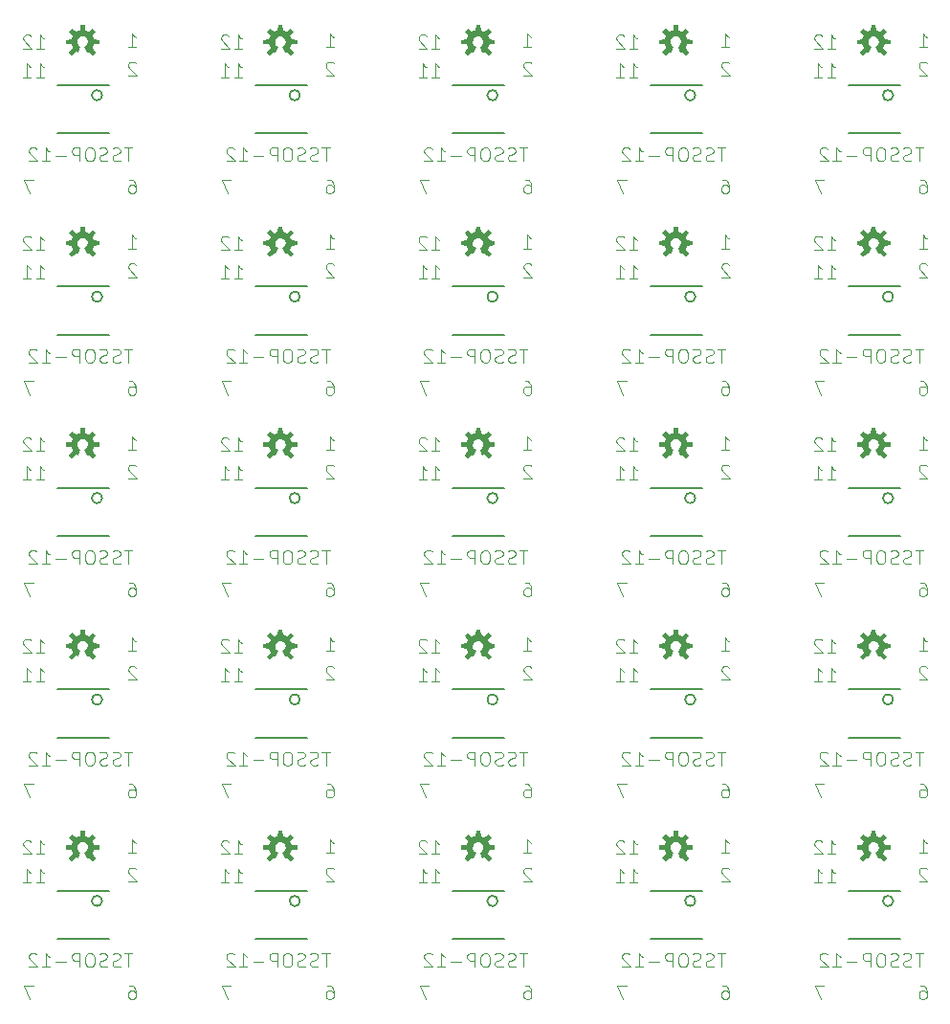
<source format=gbr>
G04 #@! TF.GenerationSoftware,KiCad,Pcbnew,5.1.5-5.1.5*
G04 #@! TF.CreationDate,2020-06-01T10:48:51+10:00*
G04 #@! TF.ProjectId,SOIC12-TSSOP12_panelized,534f4943-3132-42d5-9453-534f5031325f,rev?*
G04 #@! TF.SameCoordinates,Original*
G04 #@! TF.FileFunction,Legend,Bot*
G04 #@! TF.FilePolarity,Positive*
%FSLAX46Y46*%
G04 Gerber Fmt 4.6, Leading zero omitted, Abs format (unit mm)*
G04 Created by KiCad (PCBNEW 5.1.5-5.1.5) date 2020-06-01 10:48:51*
%MOMM*%
%LPD*%
G04 APERTURE LIST*
%ADD10C,0.101600*%
%ADD11C,0.152400*%
%ADD12C,0.100000*%
G04 APERTURE END LIST*
D10*
X214505829Y-170506155D02*
X215195258Y-170506155D01*
X214850544Y-170506155D02*
X214850544Y-169299655D01*
X214965448Y-169472012D01*
X215080353Y-169586917D01*
X215195258Y-169644369D01*
X214046210Y-169414560D02*
X213988758Y-169357108D01*
X213873853Y-169299655D01*
X213586591Y-169299655D01*
X213471687Y-169357108D01*
X213414234Y-169414560D01*
X213356782Y-169529465D01*
X213356782Y-169644369D01*
X213414234Y-169816727D01*
X214103663Y-170506155D01*
X213356782Y-170506155D01*
X214505829Y-152686153D02*
X215195258Y-152686153D01*
X214850544Y-152686153D02*
X214850544Y-151479653D01*
X214965448Y-151652010D01*
X215080353Y-151766915D01*
X215195258Y-151824367D01*
X214046210Y-151594558D02*
X213988758Y-151537106D01*
X213873853Y-151479653D01*
X213586591Y-151479653D01*
X213471687Y-151537106D01*
X213414234Y-151594558D01*
X213356782Y-151709463D01*
X213356782Y-151824367D01*
X213414234Y-151996725D01*
X214103663Y-152686153D01*
X213356782Y-152686153D01*
X214505829Y-134866151D02*
X215195258Y-134866151D01*
X214850544Y-134866151D02*
X214850544Y-133659651D01*
X214965448Y-133832008D01*
X215080353Y-133946913D01*
X215195258Y-134004365D01*
X214046210Y-133774556D02*
X213988758Y-133717104D01*
X213873853Y-133659651D01*
X213586591Y-133659651D01*
X213471687Y-133717104D01*
X213414234Y-133774556D01*
X213356782Y-133889461D01*
X213356782Y-134004365D01*
X213414234Y-134176723D01*
X214103663Y-134866151D01*
X213356782Y-134866151D01*
X214505829Y-117046149D02*
X215195258Y-117046149D01*
X214850544Y-117046149D02*
X214850544Y-115839649D01*
X214965448Y-116012006D01*
X215080353Y-116126911D01*
X215195258Y-116184363D01*
X214046210Y-115954554D02*
X213988758Y-115897102D01*
X213873853Y-115839649D01*
X213586591Y-115839649D01*
X213471687Y-115897102D01*
X213414234Y-115954554D01*
X213356782Y-116069459D01*
X213356782Y-116184363D01*
X213414234Y-116356721D01*
X214103663Y-117046149D01*
X213356782Y-117046149D01*
X214505829Y-99226147D02*
X215195258Y-99226147D01*
X214850544Y-99226147D02*
X214850544Y-98019647D01*
X214965448Y-98192004D01*
X215080353Y-98306909D01*
X215195258Y-98364361D01*
X214046210Y-98134552D02*
X213988758Y-98077100D01*
X213873853Y-98019647D01*
X213586591Y-98019647D01*
X213471687Y-98077100D01*
X213414234Y-98134552D01*
X213356782Y-98249457D01*
X213356782Y-98364361D01*
X213414234Y-98536719D01*
X214103663Y-99226147D01*
X213356782Y-99226147D01*
X197005827Y-170506155D02*
X197695256Y-170506155D01*
X197350542Y-170506155D02*
X197350542Y-169299655D01*
X197465446Y-169472012D01*
X197580351Y-169586917D01*
X197695256Y-169644369D01*
X196546208Y-169414560D02*
X196488756Y-169357108D01*
X196373851Y-169299655D01*
X196086589Y-169299655D01*
X195971685Y-169357108D01*
X195914232Y-169414560D01*
X195856780Y-169529465D01*
X195856780Y-169644369D01*
X195914232Y-169816727D01*
X196603661Y-170506155D01*
X195856780Y-170506155D01*
X197005827Y-152686153D02*
X197695256Y-152686153D01*
X197350542Y-152686153D02*
X197350542Y-151479653D01*
X197465446Y-151652010D01*
X197580351Y-151766915D01*
X197695256Y-151824367D01*
X196546208Y-151594558D02*
X196488756Y-151537106D01*
X196373851Y-151479653D01*
X196086589Y-151479653D01*
X195971685Y-151537106D01*
X195914232Y-151594558D01*
X195856780Y-151709463D01*
X195856780Y-151824367D01*
X195914232Y-151996725D01*
X196603661Y-152686153D01*
X195856780Y-152686153D01*
X197005827Y-134866151D02*
X197695256Y-134866151D01*
X197350542Y-134866151D02*
X197350542Y-133659651D01*
X197465446Y-133832008D01*
X197580351Y-133946913D01*
X197695256Y-134004365D01*
X196546208Y-133774556D02*
X196488756Y-133717104D01*
X196373851Y-133659651D01*
X196086589Y-133659651D01*
X195971685Y-133717104D01*
X195914232Y-133774556D01*
X195856780Y-133889461D01*
X195856780Y-134004365D01*
X195914232Y-134176723D01*
X196603661Y-134866151D01*
X195856780Y-134866151D01*
X197005827Y-117046149D02*
X197695256Y-117046149D01*
X197350542Y-117046149D02*
X197350542Y-115839649D01*
X197465446Y-116012006D01*
X197580351Y-116126911D01*
X197695256Y-116184363D01*
X196546208Y-115954554D02*
X196488756Y-115897102D01*
X196373851Y-115839649D01*
X196086589Y-115839649D01*
X195971685Y-115897102D01*
X195914232Y-115954554D01*
X195856780Y-116069459D01*
X195856780Y-116184363D01*
X195914232Y-116356721D01*
X196603661Y-117046149D01*
X195856780Y-117046149D01*
X197005827Y-99226147D02*
X197695256Y-99226147D01*
X197350542Y-99226147D02*
X197350542Y-98019647D01*
X197465446Y-98192004D01*
X197580351Y-98306909D01*
X197695256Y-98364361D01*
X196546208Y-98134552D02*
X196488756Y-98077100D01*
X196373851Y-98019647D01*
X196086589Y-98019647D01*
X195971685Y-98077100D01*
X195914232Y-98134552D01*
X195856780Y-98249457D01*
X195856780Y-98364361D01*
X195914232Y-98536719D01*
X196603661Y-99226147D01*
X195856780Y-99226147D01*
X179505825Y-170506155D02*
X180195254Y-170506155D01*
X179850540Y-170506155D02*
X179850540Y-169299655D01*
X179965444Y-169472012D01*
X180080349Y-169586917D01*
X180195254Y-169644369D01*
X179046206Y-169414560D02*
X178988754Y-169357108D01*
X178873849Y-169299655D01*
X178586587Y-169299655D01*
X178471683Y-169357108D01*
X178414230Y-169414560D01*
X178356778Y-169529465D01*
X178356778Y-169644369D01*
X178414230Y-169816727D01*
X179103659Y-170506155D01*
X178356778Y-170506155D01*
X179505825Y-152686153D02*
X180195254Y-152686153D01*
X179850540Y-152686153D02*
X179850540Y-151479653D01*
X179965444Y-151652010D01*
X180080349Y-151766915D01*
X180195254Y-151824367D01*
X179046206Y-151594558D02*
X178988754Y-151537106D01*
X178873849Y-151479653D01*
X178586587Y-151479653D01*
X178471683Y-151537106D01*
X178414230Y-151594558D01*
X178356778Y-151709463D01*
X178356778Y-151824367D01*
X178414230Y-151996725D01*
X179103659Y-152686153D01*
X178356778Y-152686153D01*
X179505825Y-134866151D02*
X180195254Y-134866151D01*
X179850540Y-134866151D02*
X179850540Y-133659651D01*
X179965444Y-133832008D01*
X180080349Y-133946913D01*
X180195254Y-134004365D01*
X179046206Y-133774556D02*
X178988754Y-133717104D01*
X178873849Y-133659651D01*
X178586587Y-133659651D01*
X178471683Y-133717104D01*
X178414230Y-133774556D01*
X178356778Y-133889461D01*
X178356778Y-134004365D01*
X178414230Y-134176723D01*
X179103659Y-134866151D01*
X178356778Y-134866151D01*
X179505825Y-117046149D02*
X180195254Y-117046149D01*
X179850540Y-117046149D02*
X179850540Y-115839649D01*
X179965444Y-116012006D01*
X180080349Y-116126911D01*
X180195254Y-116184363D01*
X179046206Y-115954554D02*
X178988754Y-115897102D01*
X178873849Y-115839649D01*
X178586587Y-115839649D01*
X178471683Y-115897102D01*
X178414230Y-115954554D01*
X178356778Y-116069459D01*
X178356778Y-116184363D01*
X178414230Y-116356721D01*
X179103659Y-117046149D01*
X178356778Y-117046149D01*
X179505825Y-99226147D02*
X180195254Y-99226147D01*
X179850540Y-99226147D02*
X179850540Y-98019647D01*
X179965444Y-98192004D01*
X180080349Y-98306909D01*
X180195254Y-98364361D01*
X179046206Y-98134552D02*
X178988754Y-98077100D01*
X178873849Y-98019647D01*
X178586587Y-98019647D01*
X178471683Y-98077100D01*
X178414230Y-98134552D01*
X178356778Y-98249457D01*
X178356778Y-98364361D01*
X178414230Y-98536719D01*
X179103659Y-99226147D01*
X178356778Y-99226147D01*
X162005823Y-170506155D02*
X162695252Y-170506155D01*
X162350538Y-170506155D02*
X162350538Y-169299655D01*
X162465442Y-169472012D01*
X162580347Y-169586917D01*
X162695252Y-169644369D01*
X161546204Y-169414560D02*
X161488752Y-169357108D01*
X161373847Y-169299655D01*
X161086585Y-169299655D01*
X160971681Y-169357108D01*
X160914228Y-169414560D01*
X160856776Y-169529465D01*
X160856776Y-169644369D01*
X160914228Y-169816727D01*
X161603657Y-170506155D01*
X160856776Y-170506155D01*
X162005823Y-152686153D02*
X162695252Y-152686153D01*
X162350538Y-152686153D02*
X162350538Y-151479653D01*
X162465442Y-151652010D01*
X162580347Y-151766915D01*
X162695252Y-151824367D01*
X161546204Y-151594558D02*
X161488752Y-151537106D01*
X161373847Y-151479653D01*
X161086585Y-151479653D01*
X160971681Y-151537106D01*
X160914228Y-151594558D01*
X160856776Y-151709463D01*
X160856776Y-151824367D01*
X160914228Y-151996725D01*
X161603657Y-152686153D01*
X160856776Y-152686153D01*
X162005823Y-134866151D02*
X162695252Y-134866151D01*
X162350538Y-134866151D02*
X162350538Y-133659651D01*
X162465442Y-133832008D01*
X162580347Y-133946913D01*
X162695252Y-134004365D01*
X161546204Y-133774556D02*
X161488752Y-133717104D01*
X161373847Y-133659651D01*
X161086585Y-133659651D01*
X160971681Y-133717104D01*
X160914228Y-133774556D01*
X160856776Y-133889461D01*
X160856776Y-134004365D01*
X160914228Y-134176723D01*
X161603657Y-134866151D01*
X160856776Y-134866151D01*
X162005823Y-117046149D02*
X162695252Y-117046149D01*
X162350538Y-117046149D02*
X162350538Y-115839649D01*
X162465442Y-116012006D01*
X162580347Y-116126911D01*
X162695252Y-116184363D01*
X161546204Y-115954554D02*
X161488752Y-115897102D01*
X161373847Y-115839649D01*
X161086585Y-115839649D01*
X160971681Y-115897102D01*
X160914228Y-115954554D01*
X160856776Y-116069459D01*
X160856776Y-116184363D01*
X160914228Y-116356721D01*
X161603657Y-117046149D01*
X160856776Y-117046149D01*
X162005823Y-99226147D02*
X162695252Y-99226147D01*
X162350538Y-99226147D02*
X162350538Y-98019647D01*
X162465442Y-98192004D01*
X162580347Y-98306909D01*
X162695252Y-98364361D01*
X161546204Y-98134552D02*
X161488752Y-98077100D01*
X161373847Y-98019647D01*
X161086585Y-98019647D01*
X160971681Y-98077100D01*
X160914228Y-98134552D01*
X160856776Y-98249457D01*
X160856776Y-98364361D01*
X160914228Y-98536719D01*
X161603657Y-99226147D01*
X160856776Y-99226147D01*
X144505821Y-170506155D02*
X145195250Y-170506155D01*
X144850536Y-170506155D02*
X144850536Y-169299655D01*
X144965440Y-169472012D01*
X145080345Y-169586917D01*
X145195250Y-169644369D01*
X144046202Y-169414560D02*
X143988750Y-169357108D01*
X143873845Y-169299655D01*
X143586583Y-169299655D01*
X143471679Y-169357108D01*
X143414226Y-169414560D01*
X143356774Y-169529465D01*
X143356774Y-169644369D01*
X143414226Y-169816727D01*
X144103655Y-170506155D01*
X143356774Y-170506155D01*
X144505821Y-152686153D02*
X145195250Y-152686153D01*
X144850536Y-152686153D02*
X144850536Y-151479653D01*
X144965440Y-151652010D01*
X145080345Y-151766915D01*
X145195250Y-151824367D01*
X144046202Y-151594558D02*
X143988750Y-151537106D01*
X143873845Y-151479653D01*
X143586583Y-151479653D01*
X143471679Y-151537106D01*
X143414226Y-151594558D01*
X143356774Y-151709463D01*
X143356774Y-151824367D01*
X143414226Y-151996725D01*
X144103655Y-152686153D01*
X143356774Y-152686153D01*
X144505821Y-134866151D02*
X145195250Y-134866151D01*
X144850536Y-134866151D02*
X144850536Y-133659651D01*
X144965440Y-133832008D01*
X145080345Y-133946913D01*
X145195250Y-134004365D01*
X144046202Y-133774556D02*
X143988750Y-133717104D01*
X143873845Y-133659651D01*
X143586583Y-133659651D01*
X143471679Y-133717104D01*
X143414226Y-133774556D01*
X143356774Y-133889461D01*
X143356774Y-134004365D01*
X143414226Y-134176723D01*
X144103655Y-134866151D01*
X143356774Y-134866151D01*
X144505821Y-117046149D02*
X145195250Y-117046149D01*
X144850536Y-117046149D02*
X144850536Y-115839649D01*
X144965440Y-116012006D01*
X145080345Y-116126911D01*
X145195250Y-116184363D01*
X144046202Y-115954554D02*
X143988750Y-115897102D01*
X143873845Y-115839649D01*
X143586583Y-115839649D01*
X143471679Y-115897102D01*
X143414226Y-115954554D01*
X143356774Y-116069459D01*
X143356774Y-116184363D01*
X143414226Y-116356721D01*
X144103655Y-117046149D01*
X143356774Y-117046149D01*
X214505829Y-173046155D02*
X215195258Y-173046155D01*
X214850544Y-173046155D02*
X214850544Y-171839655D01*
X214965448Y-172012012D01*
X215080353Y-172126917D01*
X215195258Y-172184369D01*
X213356782Y-173046155D02*
X214046210Y-173046155D01*
X213701496Y-173046155D02*
X213701496Y-171839655D01*
X213816401Y-172012012D01*
X213931306Y-172126917D01*
X214046210Y-172184369D01*
X214505829Y-155226153D02*
X215195258Y-155226153D01*
X214850544Y-155226153D02*
X214850544Y-154019653D01*
X214965448Y-154192010D01*
X215080353Y-154306915D01*
X215195258Y-154364367D01*
X213356782Y-155226153D02*
X214046210Y-155226153D01*
X213701496Y-155226153D02*
X213701496Y-154019653D01*
X213816401Y-154192010D01*
X213931306Y-154306915D01*
X214046210Y-154364367D01*
X214505829Y-137406151D02*
X215195258Y-137406151D01*
X214850544Y-137406151D02*
X214850544Y-136199651D01*
X214965448Y-136372008D01*
X215080353Y-136486913D01*
X215195258Y-136544365D01*
X213356782Y-137406151D02*
X214046210Y-137406151D01*
X213701496Y-137406151D02*
X213701496Y-136199651D01*
X213816401Y-136372008D01*
X213931306Y-136486913D01*
X214046210Y-136544365D01*
X214505829Y-119586149D02*
X215195258Y-119586149D01*
X214850544Y-119586149D02*
X214850544Y-118379649D01*
X214965448Y-118552006D01*
X215080353Y-118666911D01*
X215195258Y-118724363D01*
X213356782Y-119586149D02*
X214046210Y-119586149D01*
X213701496Y-119586149D02*
X213701496Y-118379649D01*
X213816401Y-118552006D01*
X213931306Y-118666911D01*
X214046210Y-118724363D01*
X214505829Y-101766147D02*
X215195258Y-101766147D01*
X214850544Y-101766147D02*
X214850544Y-100559647D01*
X214965448Y-100732004D01*
X215080353Y-100846909D01*
X215195258Y-100904361D01*
X213356782Y-101766147D02*
X214046210Y-101766147D01*
X213701496Y-101766147D02*
X213701496Y-100559647D01*
X213816401Y-100732004D01*
X213931306Y-100846909D01*
X214046210Y-100904361D01*
X197005827Y-173046155D02*
X197695256Y-173046155D01*
X197350542Y-173046155D02*
X197350542Y-171839655D01*
X197465446Y-172012012D01*
X197580351Y-172126917D01*
X197695256Y-172184369D01*
X195856780Y-173046155D02*
X196546208Y-173046155D01*
X196201494Y-173046155D02*
X196201494Y-171839655D01*
X196316399Y-172012012D01*
X196431304Y-172126917D01*
X196546208Y-172184369D01*
X197005827Y-155226153D02*
X197695256Y-155226153D01*
X197350542Y-155226153D02*
X197350542Y-154019653D01*
X197465446Y-154192010D01*
X197580351Y-154306915D01*
X197695256Y-154364367D01*
X195856780Y-155226153D02*
X196546208Y-155226153D01*
X196201494Y-155226153D02*
X196201494Y-154019653D01*
X196316399Y-154192010D01*
X196431304Y-154306915D01*
X196546208Y-154364367D01*
X197005827Y-137406151D02*
X197695256Y-137406151D01*
X197350542Y-137406151D02*
X197350542Y-136199651D01*
X197465446Y-136372008D01*
X197580351Y-136486913D01*
X197695256Y-136544365D01*
X195856780Y-137406151D02*
X196546208Y-137406151D01*
X196201494Y-137406151D02*
X196201494Y-136199651D01*
X196316399Y-136372008D01*
X196431304Y-136486913D01*
X196546208Y-136544365D01*
X197005827Y-119586149D02*
X197695256Y-119586149D01*
X197350542Y-119586149D02*
X197350542Y-118379649D01*
X197465446Y-118552006D01*
X197580351Y-118666911D01*
X197695256Y-118724363D01*
X195856780Y-119586149D02*
X196546208Y-119586149D01*
X196201494Y-119586149D02*
X196201494Y-118379649D01*
X196316399Y-118552006D01*
X196431304Y-118666911D01*
X196546208Y-118724363D01*
X197005827Y-101766147D02*
X197695256Y-101766147D01*
X197350542Y-101766147D02*
X197350542Y-100559647D01*
X197465446Y-100732004D01*
X197580351Y-100846909D01*
X197695256Y-100904361D01*
X195856780Y-101766147D02*
X196546208Y-101766147D01*
X196201494Y-101766147D02*
X196201494Y-100559647D01*
X196316399Y-100732004D01*
X196431304Y-100846909D01*
X196546208Y-100904361D01*
X179505825Y-173046155D02*
X180195254Y-173046155D01*
X179850540Y-173046155D02*
X179850540Y-171839655D01*
X179965444Y-172012012D01*
X180080349Y-172126917D01*
X180195254Y-172184369D01*
X178356778Y-173046155D02*
X179046206Y-173046155D01*
X178701492Y-173046155D02*
X178701492Y-171839655D01*
X178816397Y-172012012D01*
X178931302Y-172126917D01*
X179046206Y-172184369D01*
X179505825Y-155226153D02*
X180195254Y-155226153D01*
X179850540Y-155226153D02*
X179850540Y-154019653D01*
X179965444Y-154192010D01*
X180080349Y-154306915D01*
X180195254Y-154364367D01*
X178356778Y-155226153D02*
X179046206Y-155226153D01*
X178701492Y-155226153D02*
X178701492Y-154019653D01*
X178816397Y-154192010D01*
X178931302Y-154306915D01*
X179046206Y-154364367D01*
X179505825Y-137406151D02*
X180195254Y-137406151D01*
X179850540Y-137406151D02*
X179850540Y-136199651D01*
X179965444Y-136372008D01*
X180080349Y-136486913D01*
X180195254Y-136544365D01*
X178356778Y-137406151D02*
X179046206Y-137406151D01*
X178701492Y-137406151D02*
X178701492Y-136199651D01*
X178816397Y-136372008D01*
X178931302Y-136486913D01*
X179046206Y-136544365D01*
X179505825Y-119586149D02*
X180195254Y-119586149D01*
X179850540Y-119586149D02*
X179850540Y-118379649D01*
X179965444Y-118552006D01*
X180080349Y-118666911D01*
X180195254Y-118724363D01*
X178356778Y-119586149D02*
X179046206Y-119586149D01*
X178701492Y-119586149D02*
X178701492Y-118379649D01*
X178816397Y-118552006D01*
X178931302Y-118666911D01*
X179046206Y-118724363D01*
X179505825Y-101766147D02*
X180195254Y-101766147D01*
X179850540Y-101766147D02*
X179850540Y-100559647D01*
X179965444Y-100732004D01*
X180080349Y-100846909D01*
X180195254Y-100904361D01*
X178356778Y-101766147D02*
X179046206Y-101766147D01*
X178701492Y-101766147D02*
X178701492Y-100559647D01*
X178816397Y-100732004D01*
X178931302Y-100846909D01*
X179046206Y-100904361D01*
X162005823Y-173046155D02*
X162695252Y-173046155D01*
X162350538Y-173046155D02*
X162350538Y-171839655D01*
X162465442Y-172012012D01*
X162580347Y-172126917D01*
X162695252Y-172184369D01*
X160856776Y-173046155D02*
X161546204Y-173046155D01*
X161201490Y-173046155D02*
X161201490Y-171839655D01*
X161316395Y-172012012D01*
X161431300Y-172126917D01*
X161546204Y-172184369D01*
X162005823Y-155226153D02*
X162695252Y-155226153D01*
X162350538Y-155226153D02*
X162350538Y-154019653D01*
X162465442Y-154192010D01*
X162580347Y-154306915D01*
X162695252Y-154364367D01*
X160856776Y-155226153D02*
X161546204Y-155226153D01*
X161201490Y-155226153D02*
X161201490Y-154019653D01*
X161316395Y-154192010D01*
X161431300Y-154306915D01*
X161546204Y-154364367D01*
X162005823Y-137406151D02*
X162695252Y-137406151D01*
X162350538Y-137406151D02*
X162350538Y-136199651D01*
X162465442Y-136372008D01*
X162580347Y-136486913D01*
X162695252Y-136544365D01*
X160856776Y-137406151D02*
X161546204Y-137406151D01*
X161201490Y-137406151D02*
X161201490Y-136199651D01*
X161316395Y-136372008D01*
X161431300Y-136486913D01*
X161546204Y-136544365D01*
X162005823Y-119586149D02*
X162695252Y-119586149D01*
X162350538Y-119586149D02*
X162350538Y-118379649D01*
X162465442Y-118552006D01*
X162580347Y-118666911D01*
X162695252Y-118724363D01*
X160856776Y-119586149D02*
X161546204Y-119586149D01*
X161201490Y-119586149D02*
X161201490Y-118379649D01*
X161316395Y-118552006D01*
X161431300Y-118666911D01*
X161546204Y-118724363D01*
X162005823Y-101766147D02*
X162695252Y-101766147D01*
X162350538Y-101766147D02*
X162350538Y-100559647D01*
X162465442Y-100732004D01*
X162580347Y-100846909D01*
X162695252Y-100904361D01*
X160856776Y-101766147D02*
X161546204Y-101766147D01*
X161201490Y-101766147D02*
X161201490Y-100559647D01*
X161316395Y-100732004D01*
X161431300Y-100846909D01*
X161546204Y-100904361D01*
X144505821Y-173046155D02*
X145195250Y-173046155D01*
X144850536Y-173046155D02*
X144850536Y-171839655D01*
X144965440Y-172012012D01*
X145080345Y-172126917D01*
X145195250Y-172184369D01*
X143356774Y-173046155D02*
X144046202Y-173046155D01*
X143701488Y-173046155D02*
X143701488Y-171839655D01*
X143816393Y-172012012D01*
X143931298Y-172126917D01*
X144046202Y-172184369D01*
X144505821Y-155226153D02*
X145195250Y-155226153D01*
X144850536Y-155226153D02*
X144850536Y-154019653D01*
X144965440Y-154192010D01*
X145080345Y-154306915D01*
X145195250Y-154364367D01*
X143356774Y-155226153D02*
X144046202Y-155226153D01*
X143701488Y-155226153D02*
X143701488Y-154019653D01*
X143816393Y-154192010D01*
X143931298Y-154306915D01*
X144046202Y-154364367D01*
X144505821Y-137406151D02*
X145195250Y-137406151D01*
X144850536Y-137406151D02*
X144850536Y-136199651D01*
X144965440Y-136372008D01*
X145080345Y-136486913D01*
X145195250Y-136544365D01*
X143356774Y-137406151D02*
X144046202Y-137406151D01*
X143701488Y-137406151D02*
X143701488Y-136199651D01*
X143816393Y-136372008D01*
X143931298Y-136486913D01*
X144046202Y-136544365D01*
X144505821Y-119586149D02*
X145195250Y-119586149D01*
X144850536Y-119586149D02*
X144850536Y-118379649D01*
X144965440Y-118552006D01*
X145080345Y-118666911D01*
X145195250Y-118724363D01*
X143356774Y-119586149D02*
X144046202Y-119586149D01*
X143701488Y-119586149D02*
X143701488Y-118379649D01*
X143816393Y-118552006D01*
X143931298Y-118666911D01*
X144046202Y-118724363D01*
X214236710Y-182126655D02*
X213432377Y-182126655D01*
X213949448Y-183333155D01*
X214236710Y-164306653D02*
X213432377Y-164306653D01*
X213949448Y-165513153D01*
X214236710Y-146486651D02*
X213432377Y-146486651D01*
X213949448Y-147693151D01*
X214236710Y-128666649D02*
X213432377Y-128666649D01*
X213949448Y-129873149D01*
X214236710Y-110846647D02*
X213432377Y-110846647D01*
X213949448Y-112053147D01*
X196736708Y-182126655D02*
X195932375Y-182126655D01*
X196449446Y-183333155D01*
X196736708Y-164306653D02*
X195932375Y-164306653D01*
X196449446Y-165513153D01*
X196736708Y-146486651D02*
X195932375Y-146486651D01*
X196449446Y-147693151D01*
X196736708Y-128666649D02*
X195932375Y-128666649D01*
X196449446Y-129873149D01*
X196736708Y-110846647D02*
X195932375Y-110846647D01*
X196449446Y-112053147D01*
X179236706Y-182126655D02*
X178432373Y-182126655D01*
X178949444Y-183333155D01*
X179236706Y-164306653D02*
X178432373Y-164306653D01*
X178949444Y-165513153D01*
X179236706Y-146486651D02*
X178432373Y-146486651D01*
X178949444Y-147693151D01*
X179236706Y-128666649D02*
X178432373Y-128666649D01*
X178949444Y-129873149D01*
X179236706Y-110846647D02*
X178432373Y-110846647D01*
X178949444Y-112053147D01*
X161736704Y-182126655D02*
X160932371Y-182126655D01*
X161449442Y-183333155D01*
X161736704Y-164306653D02*
X160932371Y-164306653D01*
X161449442Y-165513153D01*
X161736704Y-146486651D02*
X160932371Y-146486651D01*
X161449442Y-147693151D01*
X161736704Y-128666649D02*
X160932371Y-128666649D01*
X161449442Y-129873149D01*
X161736704Y-110846647D02*
X160932371Y-110846647D01*
X161449442Y-112053147D01*
X144236702Y-182126655D02*
X143432369Y-182126655D01*
X143949440Y-183333155D01*
X144236702Y-164306653D02*
X143432369Y-164306653D01*
X143949440Y-165513153D01*
X144236702Y-146486651D02*
X143432369Y-146486651D01*
X143949440Y-147693151D01*
X144236702Y-128666649D02*
X143432369Y-128666649D01*
X143949440Y-129873149D01*
X222748734Y-182126655D02*
X222978544Y-182126655D01*
X223093448Y-182184108D01*
X223150901Y-182241560D01*
X223265806Y-182413917D01*
X223323258Y-182643727D01*
X223323258Y-183103346D01*
X223265806Y-183218250D01*
X223208353Y-183275703D01*
X223093448Y-183333155D01*
X222863639Y-183333155D01*
X222748734Y-183275703D01*
X222691282Y-183218250D01*
X222633829Y-183103346D01*
X222633829Y-182816084D01*
X222691282Y-182701179D01*
X222748734Y-182643727D01*
X222863639Y-182586274D01*
X223093448Y-182586274D01*
X223208353Y-182643727D01*
X223265806Y-182701179D01*
X223323258Y-182816084D01*
X222748734Y-164306653D02*
X222978544Y-164306653D01*
X223093448Y-164364106D01*
X223150901Y-164421558D01*
X223265806Y-164593915D01*
X223323258Y-164823725D01*
X223323258Y-165283344D01*
X223265806Y-165398248D01*
X223208353Y-165455701D01*
X223093448Y-165513153D01*
X222863639Y-165513153D01*
X222748734Y-165455701D01*
X222691282Y-165398248D01*
X222633829Y-165283344D01*
X222633829Y-164996082D01*
X222691282Y-164881177D01*
X222748734Y-164823725D01*
X222863639Y-164766272D01*
X223093448Y-164766272D01*
X223208353Y-164823725D01*
X223265806Y-164881177D01*
X223323258Y-164996082D01*
X222748734Y-146486651D02*
X222978544Y-146486651D01*
X223093448Y-146544104D01*
X223150901Y-146601556D01*
X223265806Y-146773913D01*
X223323258Y-147003723D01*
X223323258Y-147463342D01*
X223265806Y-147578246D01*
X223208353Y-147635699D01*
X223093448Y-147693151D01*
X222863639Y-147693151D01*
X222748734Y-147635699D01*
X222691282Y-147578246D01*
X222633829Y-147463342D01*
X222633829Y-147176080D01*
X222691282Y-147061175D01*
X222748734Y-147003723D01*
X222863639Y-146946270D01*
X223093448Y-146946270D01*
X223208353Y-147003723D01*
X223265806Y-147061175D01*
X223323258Y-147176080D01*
X222748734Y-128666649D02*
X222978544Y-128666649D01*
X223093448Y-128724102D01*
X223150901Y-128781554D01*
X223265806Y-128953911D01*
X223323258Y-129183721D01*
X223323258Y-129643340D01*
X223265806Y-129758244D01*
X223208353Y-129815697D01*
X223093448Y-129873149D01*
X222863639Y-129873149D01*
X222748734Y-129815697D01*
X222691282Y-129758244D01*
X222633829Y-129643340D01*
X222633829Y-129356078D01*
X222691282Y-129241173D01*
X222748734Y-129183721D01*
X222863639Y-129126268D01*
X223093448Y-129126268D01*
X223208353Y-129183721D01*
X223265806Y-129241173D01*
X223323258Y-129356078D01*
X222748734Y-110846647D02*
X222978544Y-110846647D01*
X223093448Y-110904100D01*
X223150901Y-110961552D01*
X223265806Y-111133909D01*
X223323258Y-111363719D01*
X223323258Y-111823338D01*
X223265806Y-111938242D01*
X223208353Y-111995695D01*
X223093448Y-112053147D01*
X222863639Y-112053147D01*
X222748734Y-111995695D01*
X222691282Y-111938242D01*
X222633829Y-111823338D01*
X222633829Y-111536076D01*
X222691282Y-111421171D01*
X222748734Y-111363719D01*
X222863639Y-111306266D01*
X223093448Y-111306266D01*
X223208353Y-111363719D01*
X223265806Y-111421171D01*
X223323258Y-111536076D01*
X205248732Y-182126655D02*
X205478542Y-182126655D01*
X205593446Y-182184108D01*
X205650899Y-182241560D01*
X205765804Y-182413917D01*
X205823256Y-182643727D01*
X205823256Y-183103346D01*
X205765804Y-183218250D01*
X205708351Y-183275703D01*
X205593446Y-183333155D01*
X205363637Y-183333155D01*
X205248732Y-183275703D01*
X205191280Y-183218250D01*
X205133827Y-183103346D01*
X205133827Y-182816084D01*
X205191280Y-182701179D01*
X205248732Y-182643727D01*
X205363637Y-182586274D01*
X205593446Y-182586274D01*
X205708351Y-182643727D01*
X205765804Y-182701179D01*
X205823256Y-182816084D01*
X205248732Y-164306653D02*
X205478542Y-164306653D01*
X205593446Y-164364106D01*
X205650899Y-164421558D01*
X205765804Y-164593915D01*
X205823256Y-164823725D01*
X205823256Y-165283344D01*
X205765804Y-165398248D01*
X205708351Y-165455701D01*
X205593446Y-165513153D01*
X205363637Y-165513153D01*
X205248732Y-165455701D01*
X205191280Y-165398248D01*
X205133827Y-165283344D01*
X205133827Y-164996082D01*
X205191280Y-164881177D01*
X205248732Y-164823725D01*
X205363637Y-164766272D01*
X205593446Y-164766272D01*
X205708351Y-164823725D01*
X205765804Y-164881177D01*
X205823256Y-164996082D01*
X205248732Y-146486651D02*
X205478542Y-146486651D01*
X205593446Y-146544104D01*
X205650899Y-146601556D01*
X205765804Y-146773913D01*
X205823256Y-147003723D01*
X205823256Y-147463342D01*
X205765804Y-147578246D01*
X205708351Y-147635699D01*
X205593446Y-147693151D01*
X205363637Y-147693151D01*
X205248732Y-147635699D01*
X205191280Y-147578246D01*
X205133827Y-147463342D01*
X205133827Y-147176080D01*
X205191280Y-147061175D01*
X205248732Y-147003723D01*
X205363637Y-146946270D01*
X205593446Y-146946270D01*
X205708351Y-147003723D01*
X205765804Y-147061175D01*
X205823256Y-147176080D01*
X205248732Y-128666649D02*
X205478542Y-128666649D01*
X205593446Y-128724102D01*
X205650899Y-128781554D01*
X205765804Y-128953911D01*
X205823256Y-129183721D01*
X205823256Y-129643340D01*
X205765804Y-129758244D01*
X205708351Y-129815697D01*
X205593446Y-129873149D01*
X205363637Y-129873149D01*
X205248732Y-129815697D01*
X205191280Y-129758244D01*
X205133827Y-129643340D01*
X205133827Y-129356078D01*
X205191280Y-129241173D01*
X205248732Y-129183721D01*
X205363637Y-129126268D01*
X205593446Y-129126268D01*
X205708351Y-129183721D01*
X205765804Y-129241173D01*
X205823256Y-129356078D01*
X205248732Y-110846647D02*
X205478542Y-110846647D01*
X205593446Y-110904100D01*
X205650899Y-110961552D01*
X205765804Y-111133909D01*
X205823256Y-111363719D01*
X205823256Y-111823338D01*
X205765804Y-111938242D01*
X205708351Y-111995695D01*
X205593446Y-112053147D01*
X205363637Y-112053147D01*
X205248732Y-111995695D01*
X205191280Y-111938242D01*
X205133827Y-111823338D01*
X205133827Y-111536076D01*
X205191280Y-111421171D01*
X205248732Y-111363719D01*
X205363637Y-111306266D01*
X205593446Y-111306266D01*
X205708351Y-111363719D01*
X205765804Y-111421171D01*
X205823256Y-111536076D01*
X187748730Y-182126655D02*
X187978540Y-182126655D01*
X188093444Y-182184108D01*
X188150897Y-182241560D01*
X188265802Y-182413917D01*
X188323254Y-182643727D01*
X188323254Y-183103346D01*
X188265802Y-183218250D01*
X188208349Y-183275703D01*
X188093444Y-183333155D01*
X187863635Y-183333155D01*
X187748730Y-183275703D01*
X187691278Y-183218250D01*
X187633825Y-183103346D01*
X187633825Y-182816084D01*
X187691278Y-182701179D01*
X187748730Y-182643727D01*
X187863635Y-182586274D01*
X188093444Y-182586274D01*
X188208349Y-182643727D01*
X188265802Y-182701179D01*
X188323254Y-182816084D01*
X187748730Y-164306653D02*
X187978540Y-164306653D01*
X188093444Y-164364106D01*
X188150897Y-164421558D01*
X188265802Y-164593915D01*
X188323254Y-164823725D01*
X188323254Y-165283344D01*
X188265802Y-165398248D01*
X188208349Y-165455701D01*
X188093444Y-165513153D01*
X187863635Y-165513153D01*
X187748730Y-165455701D01*
X187691278Y-165398248D01*
X187633825Y-165283344D01*
X187633825Y-164996082D01*
X187691278Y-164881177D01*
X187748730Y-164823725D01*
X187863635Y-164766272D01*
X188093444Y-164766272D01*
X188208349Y-164823725D01*
X188265802Y-164881177D01*
X188323254Y-164996082D01*
X187748730Y-146486651D02*
X187978540Y-146486651D01*
X188093444Y-146544104D01*
X188150897Y-146601556D01*
X188265802Y-146773913D01*
X188323254Y-147003723D01*
X188323254Y-147463342D01*
X188265802Y-147578246D01*
X188208349Y-147635699D01*
X188093444Y-147693151D01*
X187863635Y-147693151D01*
X187748730Y-147635699D01*
X187691278Y-147578246D01*
X187633825Y-147463342D01*
X187633825Y-147176080D01*
X187691278Y-147061175D01*
X187748730Y-147003723D01*
X187863635Y-146946270D01*
X188093444Y-146946270D01*
X188208349Y-147003723D01*
X188265802Y-147061175D01*
X188323254Y-147176080D01*
X187748730Y-128666649D02*
X187978540Y-128666649D01*
X188093444Y-128724102D01*
X188150897Y-128781554D01*
X188265802Y-128953911D01*
X188323254Y-129183721D01*
X188323254Y-129643340D01*
X188265802Y-129758244D01*
X188208349Y-129815697D01*
X188093444Y-129873149D01*
X187863635Y-129873149D01*
X187748730Y-129815697D01*
X187691278Y-129758244D01*
X187633825Y-129643340D01*
X187633825Y-129356078D01*
X187691278Y-129241173D01*
X187748730Y-129183721D01*
X187863635Y-129126268D01*
X188093444Y-129126268D01*
X188208349Y-129183721D01*
X188265802Y-129241173D01*
X188323254Y-129356078D01*
X187748730Y-110846647D02*
X187978540Y-110846647D01*
X188093444Y-110904100D01*
X188150897Y-110961552D01*
X188265802Y-111133909D01*
X188323254Y-111363719D01*
X188323254Y-111823338D01*
X188265802Y-111938242D01*
X188208349Y-111995695D01*
X188093444Y-112053147D01*
X187863635Y-112053147D01*
X187748730Y-111995695D01*
X187691278Y-111938242D01*
X187633825Y-111823338D01*
X187633825Y-111536076D01*
X187691278Y-111421171D01*
X187748730Y-111363719D01*
X187863635Y-111306266D01*
X188093444Y-111306266D01*
X188208349Y-111363719D01*
X188265802Y-111421171D01*
X188323254Y-111536076D01*
X170248728Y-182126655D02*
X170478538Y-182126655D01*
X170593442Y-182184108D01*
X170650895Y-182241560D01*
X170765800Y-182413917D01*
X170823252Y-182643727D01*
X170823252Y-183103346D01*
X170765800Y-183218250D01*
X170708347Y-183275703D01*
X170593442Y-183333155D01*
X170363633Y-183333155D01*
X170248728Y-183275703D01*
X170191276Y-183218250D01*
X170133823Y-183103346D01*
X170133823Y-182816084D01*
X170191276Y-182701179D01*
X170248728Y-182643727D01*
X170363633Y-182586274D01*
X170593442Y-182586274D01*
X170708347Y-182643727D01*
X170765800Y-182701179D01*
X170823252Y-182816084D01*
X170248728Y-164306653D02*
X170478538Y-164306653D01*
X170593442Y-164364106D01*
X170650895Y-164421558D01*
X170765800Y-164593915D01*
X170823252Y-164823725D01*
X170823252Y-165283344D01*
X170765800Y-165398248D01*
X170708347Y-165455701D01*
X170593442Y-165513153D01*
X170363633Y-165513153D01*
X170248728Y-165455701D01*
X170191276Y-165398248D01*
X170133823Y-165283344D01*
X170133823Y-164996082D01*
X170191276Y-164881177D01*
X170248728Y-164823725D01*
X170363633Y-164766272D01*
X170593442Y-164766272D01*
X170708347Y-164823725D01*
X170765800Y-164881177D01*
X170823252Y-164996082D01*
X170248728Y-146486651D02*
X170478538Y-146486651D01*
X170593442Y-146544104D01*
X170650895Y-146601556D01*
X170765800Y-146773913D01*
X170823252Y-147003723D01*
X170823252Y-147463342D01*
X170765800Y-147578246D01*
X170708347Y-147635699D01*
X170593442Y-147693151D01*
X170363633Y-147693151D01*
X170248728Y-147635699D01*
X170191276Y-147578246D01*
X170133823Y-147463342D01*
X170133823Y-147176080D01*
X170191276Y-147061175D01*
X170248728Y-147003723D01*
X170363633Y-146946270D01*
X170593442Y-146946270D01*
X170708347Y-147003723D01*
X170765800Y-147061175D01*
X170823252Y-147176080D01*
X170248728Y-128666649D02*
X170478538Y-128666649D01*
X170593442Y-128724102D01*
X170650895Y-128781554D01*
X170765800Y-128953911D01*
X170823252Y-129183721D01*
X170823252Y-129643340D01*
X170765800Y-129758244D01*
X170708347Y-129815697D01*
X170593442Y-129873149D01*
X170363633Y-129873149D01*
X170248728Y-129815697D01*
X170191276Y-129758244D01*
X170133823Y-129643340D01*
X170133823Y-129356078D01*
X170191276Y-129241173D01*
X170248728Y-129183721D01*
X170363633Y-129126268D01*
X170593442Y-129126268D01*
X170708347Y-129183721D01*
X170765800Y-129241173D01*
X170823252Y-129356078D01*
X170248728Y-110846647D02*
X170478538Y-110846647D01*
X170593442Y-110904100D01*
X170650895Y-110961552D01*
X170765800Y-111133909D01*
X170823252Y-111363719D01*
X170823252Y-111823338D01*
X170765800Y-111938242D01*
X170708347Y-111995695D01*
X170593442Y-112053147D01*
X170363633Y-112053147D01*
X170248728Y-111995695D01*
X170191276Y-111938242D01*
X170133823Y-111823338D01*
X170133823Y-111536076D01*
X170191276Y-111421171D01*
X170248728Y-111363719D01*
X170363633Y-111306266D01*
X170593442Y-111306266D01*
X170708347Y-111363719D01*
X170765800Y-111421171D01*
X170823252Y-111536076D01*
X152748726Y-182126655D02*
X152978536Y-182126655D01*
X153093440Y-182184108D01*
X153150893Y-182241560D01*
X153265798Y-182413917D01*
X153323250Y-182643727D01*
X153323250Y-183103346D01*
X153265798Y-183218250D01*
X153208345Y-183275703D01*
X153093440Y-183333155D01*
X152863631Y-183333155D01*
X152748726Y-183275703D01*
X152691274Y-183218250D01*
X152633821Y-183103346D01*
X152633821Y-182816084D01*
X152691274Y-182701179D01*
X152748726Y-182643727D01*
X152863631Y-182586274D01*
X153093440Y-182586274D01*
X153208345Y-182643727D01*
X153265798Y-182701179D01*
X153323250Y-182816084D01*
X152748726Y-164306653D02*
X152978536Y-164306653D01*
X153093440Y-164364106D01*
X153150893Y-164421558D01*
X153265798Y-164593915D01*
X153323250Y-164823725D01*
X153323250Y-165283344D01*
X153265798Y-165398248D01*
X153208345Y-165455701D01*
X153093440Y-165513153D01*
X152863631Y-165513153D01*
X152748726Y-165455701D01*
X152691274Y-165398248D01*
X152633821Y-165283344D01*
X152633821Y-164996082D01*
X152691274Y-164881177D01*
X152748726Y-164823725D01*
X152863631Y-164766272D01*
X153093440Y-164766272D01*
X153208345Y-164823725D01*
X153265798Y-164881177D01*
X153323250Y-164996082D01*
X152748726Y-146486651D02*
X152978536Y-146486651D01*
X153093440Y-146544104D01*
X153150893Y-146601556D01*
X153265798Y-146773913D01*
X153323250Y-147003723D01*
X153323250Y-147463342D01*
X153265798Y-147578246D01*
X153208345Y-147635699D01*
X153093440Y-147693151D01*
X152863631Y-147693151D01*
X152748726Y-147635699D01*
X152691274Y-147578246D01*
X152633821Y-147463342D01*
X152633821Y-147176080D01*
X152691274Y-147061175D01*
X152748726Y-147003723D01*
X152863631Y-146946270D01*
X153093440Y-146946270D01*
X153208345Y-147003723D01*
X153265798Y-147061175D01*
X153323250Y-147176080D01*
X152748726Y-128666649D02*
X152978536Y-128666649D01*
X153093440Y-128724102D01*
X153150893Y-128781554D01*
X153265798Y-128953911D01*
X153323250Y-129183721D01*
X153323250Y-129643340D01*
X153265798Y-129758244D01*
X153208345Y-129815697D01*
X153093440Y-129873149D01*
X152863631Y-129873149D01*
X152748726Y-129815697D01*
X152691274Y-129758244D01*
X152633821Y-129643340D01*
X152633821Y-129356078D01*
X152691274Y-129241173D01*
X152748726Y-129183721D01*
X152863631Y-129126268D01*
X153093440Y-129126268D01*
X153208345Y-129183721D01*
X153265798Y-129241173D01*
X153323250Y-129356078D01*
X223323258Y-171827560D02*
X223265806Y-171770108D01*
X223150901Y-171712655D01*
X222863639Y-171712655D01*
X222748734Y-171770108D01*
X222691282Y-171827560D01*
X222633829Y-171942465D01*
X222633829Y-172057369D01*
X222691282Y-172229727D01*
X223380710Y-172919155D01*
X222633829Y-172919155D01*
X223323258Y-154007558D02*
X223265806Y-153950106D01*
X223150901Y-153892653D01*
X222863639Y-153892653D01*
X222748734Y-153950106D01*
X222691282Y-154007558D01*
X222633829Y-154122463D01*
X222633829Y-154237367D01*
X222691282Y-154409725D01*
X223380710Y-155099153D01*
X222633829Y-155099153D01*
X223323258Y-136187556D02*
X223265806Y-136130104D01*
X223150901Y-136072651D01*
X222863639Y-136072651D01*
X222748734Y-136130104D01*
X222691282Y-136187556D01*
X222633829Y-136302461D01*
X222633829Y-136417365D01*
X222691282Y-136589723D01*
X223380710Y-137279151D01*
X222633829Y-137279151D01*
X223323258Y-118367554D02*
X223265806Y-118310102D01*
X223150901Y-118252649D01*
X222863639Y-118252649D01*
X222748734Y-118310102D01*
X222691282Y-118367554D01*
X222633829Y-118482459D01*
X222633829Y-118597363D01*
X222691282Y-118769721D01*
X223380710Y-119459149D01*
X222633829Y-119459149D01*
X223323258Y-100547552D02*
X223265806Y-100490100D01*
X223150901Y-100432647D01*
X222863639Y-100432647D01*
X222748734Y-100490100D01*
X222691282Y-100547552D01*
X222633829Y-100662457D01*
X222633829Y-100777361D01*
X222691282Y-100949719D01*
X223380710Y-101639147D01*
X222633829Y-101639147D01*
X205823256Y-171827560D02*
X205765804Y-171770108D01*
X205650899Y-171712655D01*
X205363637Y-171712655D01*
X205248732Y-171770108D01*
X205191280Y-171827560D01*
X205133827Y-171942465D01*
X205133827Y-172057369D01*
X205191280Y-172229727D01*
X205880708Y-172919155D01*
X205133827Y-172919155D01*
X205823256Y-154007558D02*
X205765804Y-153950106D01*
X205650899Y-153892653D01*
X205363637Y-153892653D01*
X205248732Y-153950106D01*
X205191280Y-154007558D01*
X205133827Y-154122463D01*
X205133827Y-154237367D01*
X205191280Y-154409725D01*
X205880708Y-155099153D01*
X205133827Y-155099153D01*
X205823256Y-136187556D02*
X205765804Y-136130104D01*
X205650899Y-136072651D01*
X205363637Y-136072651D01*
X205248732Y-136130104D01*
X205191280Y-136187556D01*
X205133827Y-136302461D01*
X205133827Y-136417365D01*
X205191280Y-136589723D01*
X205880708Y-137279151D01*
X205133827Y-137279151D01*
X205823256Y-118367554D02*
X205765804Y-118310102D01*
X205650899Y-118252649D01*
X205363637Y-118252649D01*
X205248732Y-118310102D01*
X205191280Y-118367554D01*
X205133827Y-118482459D01*
X205133827Y-118597363D01*
X205191280Y-118769721D01*
X205880708Y-119459149D01*
X205133827Y-119459149D01*
X205823256Y-100547552D02*
X205765804Y-100490100D01*
X205650899Y-100432647D01*
X205363637Y-100432647D01*
X205248732Y-100490100D01*
X205191280Y-100547552D01*
X205133827Y-100662457D01*
X205133827Y-100777361D01*
X205191280Y-100949719D01*
X205880708Y-101639147D01*
X205133827Y-101639147D01*
X188323254Y-171827560D02*
X188265802Y-171770108D01*
X188150897Y-171712655D01*
X187863635Y-171712655D01*
X187748730Y-171770108D01*
X187691278Y-171827560D01*
X187633825Y-171942465D01*
X187633825Y-172057369D01*
X187691278Y-172229727D01*
X188380706Y-172919155D01*
X187633825Y-172919155D01*
X188323254Y-154007558D02*
X188265802Y-153950106D01*
X188150897Y-153892653D01*
X187863635Y-153892653D01*
X187748730Y-153950106D01*
X187691278Y-154007558D01*
X187633825Y-154122463D01*
X187633825Y-154237367D01*
X187691278Y-154409725D01*
X188380706Y-155099153D01*
X187633825Y-155099153D01*
X188323254Y-136187556D02*
X188265802Y-136130104D01*
X188150897Y-136072651D01*
X187863635Y-136072651D01*
X187748730Y-136130104D01*
X187691278Y-136187556D01*
X187633825Y-136302461D01*
X187633825Y-136417365D01*
X187691278Y-136589723D01*
X188380706Y-137279151D01*
X187633825Y-137279151D01*
X188323254Y-118367554D02*
X188265802Y-118310102D01*
X188150897Y-118252649D01*
X187863635Y-118252649D01*
X187748730Y-118310102D01*
X187691278Y-118367554D01*
X187633825Y-118482459D01*
X187633825Y-118597363D01*
X187691278Y-118769721D01*
X188380706Y-119459149D01*
X187633825Y-119459149D01*
X188323254Y-100547552D02*
X188265802Y-100490100D01*
X188150897Y-100432647D01*
X187863635Y-100432647D01*
X187748730Y-100490100D01*
X187691278Y-100547552D01*
X187633825Y-100662457D01*
X187633825Y-100777361D01*
X187691278Y-100949719D01*
X188380706Y-101639147D01*
X187633825Y-101639147D01*
X170823252Y-171827560D02*
X170765800Y-171770108D01*
X170650895Y-171712655D01*
X170363633Y-171712655D01*
X170248728Y-171770108D01*
X170191276Y-171827560D01*
X170133823Y-171942465D01*
X170133823Y-172057369D01*
X170191276Y-172229727D01*
X170880704Y-172919155D01*
X170133823Y-172919155D01*
X170823252Y-154007558D02*
X170765800Y-153950106D01*
X170650895Y-153892653D01*
X170363633Y-153892653D01*
X170248728Y-153950106D01*
X170191276Y-154007558D01*
X170133823Y-154122463D01*
X170133823Y-154237367D01*
X170191276Y-154409725D01*
X170880704Y-155099153D01*
X170133823Y-155099153D01*
X170823252Y-136187556D02*
X170765800Y-136130104D01*
X170650895Y-136072651D01*
X170363633Y-136072651D01*
X170248728Y-136130104D01*
X170191276Y-136187556D01*
X170133823Y-136302461D01*
X170133823Y-136417365D01*
X170191276Y-136589723D01*
X170880704Y-137279151D01*
X170133823Y-137279151D01*
X170823252Y-118367554D02*
X170765800Y-118310102D01*
X170650895Y-118252649D01*
X170363633Y-118252649D01*
X170248728Y-118310102D01*
X170191276Y-118367554D01*
X170133823Y-118482459D01*
X170133823Y-118597363D01*
X170191276Y-118769721D01*
X170880704Y-119459149D01*
X170133823Y-119459149D01*
X170823252Y-100547552D02*
X170765800Y-100490100D01*
X170650895Y-100432647D01*
X170363633Y-100432647D01*
X170248728Y-100490100D01*
X170191276Y-100547552D01*
X170133823Y-100662457D01*
X170133823Y-100777361D01*
X170191276Y-100949719D01*
X170880704Y-101639147D01*
X170133823Y-101639147D01*
X153323250Y-171827560D02*
X153265798Y-171770108D01*
X153150893Y-171712655D01*
X152863631Y-171712655D01*
X152748726Y-171770108D01*
X152691274Y-171827560D01*
X152633821Y-171942465D01*
X152633821Y-172057369D01*
X152691274Y-172229727D01*
X153380702Y-172919155D01*
X152633821Y-172919155D01*
X153323250Y-154007558D02*
X153265798Y-153950106D01*
X153150893Y-153892653D01*
X152863631Y-153892653D01*
X152748726Y-153950106D01*
X152691274Y-154007558D01*
X152633821Y-154122463D01*
X152633821Y-154237367D01*
X152691274Y-154409725D01*
X153380702Y-155099153D01*
X152633821Y-155099153D01*
X153323250Y-136187556D02*
X153265798Y-136130104D01*
X153150893Y-136072651D01*
X152863631Y-136072651D01*
X152748726Y-136130104D01*
X152691274Y-136187556D01*
X152633821Y-136302461D01*
X152633821Y-136417365D01*
X152691274Y-136589723D01*
X153380702Y-137279151D01*
X152633821Y-137279151D01*
X153323250Y-118367554D02*
X153265798Y-118310102D01*
X153150893Y-118252649D01*
X152863631Y-118252649D01*
X152748726Y-118310102D01*
X152691274Y-118367554D01*
X152633821Y-118482459D01*
X152633821Y-118597363D01*
X152691274Y-118769721D01*
X153380702Y-119459149D01*
X152633821Y-119459149D01*
X222633829Y-170379155D02*
X223323258Y-170379155D01*
X222978544Y-170379155D02*
X222978544Y-169172655D01*
X223093448Y-169345012D01*
X223208353Y-169459917D01*
X223323258Y-169517369D01*
X222633829Y-152559153D02*
X223323258Y-152559153D01*
X222978544Y-152559153D02*
X222978544Y-151352653D01*
X223093448Y-151525010D01*
X223208353Y-151639915D01*
X223323258Y-151697367D01*
X222633829Y-134739151D02*
X223323258Y-134739151D01*
X222978544Y-134739151D02*
X222978544Y-133532651D01*
X223093448Y-133705008D01*
X223208353Y-133819913D01*
X223323258Y-133877365D01*
X222633829Y-116919149D02*
X223323258Y-116919149D01*
X222978544Y-116919149D02*
X222978544Y-115712649D01*
X223093448Y-115885006D01*
X223208353Y-115999911D01*
X223323258Y-116057363D01*
X222633829Y-99099147D02*
X223323258Y-99099147D01*
X222978544Y-99099147D02*
X222978544Y-97892647D01*
X223093448Y-98065004D01*
X223208353Y-98179909D01*
X223323258Y-98237361D01*
X205133827Y-170379155D02*
X205823256Y-170379155D01*
X205478542Y-170379155D02*
X205478542Y-169172655D01*
X205593446Y-169345012D01*
X205708351Y-169459917D01*
X205823256Y-169517369D01*
X205133827Y-152559153D02*
X205823256Y-152559153D01*
X205478542Y-152559153D02*
X205478542Y-151352653D01*
X205593446Y-151525010D01*
X205708351Y-151639915D01*
X205823256Y-151697367D01*
X205133827Y-134739151D02*
X205823256Y-134739151D01*
X205478542Y-134739151D02*
X205478542Y-133532651D01*
X205593446Y-133705008D01*
X205708351Y-133819913D01*
X205823256Y-133877365D01*
X205133827Y-116919149D02*
X205823256Y-116919149D01*
X205478542Y-116919149D02*
X205478542Y-115712649D01*
X205593446Y-115885006D01*
X205708351Y-115999911D01*
X205823256Y-116057363D01*
X205133827Y-99099147D02*
X205823256Y-99099147D01*
X205478542Y-99099147D02*
X205478542Y-97892647D01*
X205593446Y-98065004D01*
X205708351Y-98179909D01*
X205823256Y-98237361D01*
X187633825Y-170379155D02*
X188323254Y-170379155D01*
X187978540Y-170379155D02*
X187978540Y-169172655D01*
X188093444Y-169345012D01*
X188208349Y-169459917D01*
X188323254Y-169517369D01*
X187633825Y-152559153D02*
X188323254Y-152559153D01*
X187978540Y-152559153D02*
X187978540Y-151352653D01*
X188093444Y-151525010D01*
X188208349Y-151639915D01*
X188323254Y-151697367D01*
X187633825Y-134739151D02*
X188323254Y-134739151D01*
X187978540Y-134739151D02*
X187978540Y-133532651D01*
X188093444Y-133705008D01*
X188208349Y-133819913D01*
X188323254Y-133877365D01*
X187633825Y-116919149D02*
X188323254Y-116919149D01*
X187978540Y-116919149D02*
X187978540Y-115712649D01*
X188093444Y-115885006D01*
X188208349Y-115999911D01*
X188323254Y-116057363D01*
X187633825Y-99099147D02*
X188323254Y-99099147D01*
X187978540Y-99099147D02*
X187978540Y-97892647D01*
X188093444Y-98065004D01*
X188208349Y-98179909D01*
X188323254Y-98237361D01*
X170133823Y-170379155D02*
X170823252Y-170379155D01*
X170478538Y-170379155D02*
X170478538Y-169172655D01*
X170593442Y-169345012D01*
X170708347Y-169459917D01*
X170823252Y-169517369D01*
X170133823Y-152559153D02*
X170823252Y-152559153D01*
X170478538Y-152559153D02*
X170478538Y-151352653D01*
X170593442Y-151525010D01*
X170708347Y-151639915D01*
X170823252Y-151697367D01*
X170133823Y-134739151D02*
X170823252Y-134739151D01*
X170478538Y-134739151D02*
X170478538Y-133532651D01*
X170593442Y-133705008D01*
X170708347Y-133819913D01*
X170823252Y-133877365D01*
X170133823Y-116919149D02*
X170823252Y-116919149D01*
X170478538Y-116919149D02*
X170478538Y-115712649D01*
X170593442Y-115885006D01*
X170708347Y-115999911D01*
X170823252Y-116057363D01*
X170133823Y-99099147D02*
X170823252Y-99099147D01*
X170478538Y-99099147D02*
X170478538Y-97892647D01*
X170593442Y-98065004D01*
X170708347Y-98179909D01*
X170823252Y-98237361D01*
X152633821Y-170379155D02*
X153323250Y-170379155D01*
X152978536Y-170379155D02*
X152978536Y-169172655D01*
X153093440Y-169345012D01*
X153208345Y-169459917D01*
X153323250Y-169517369D01*
X152633821Y-152559153D02*
X153323250Y-152559153D01*
X152978536Y-152559153D02*
X152978536Y-151352653D01*
X153093440Y-151525010D01*
X153208345Y-151639915D01*
X153323250Y-151697367D01*
X152633821Y-134739151D02*
X153323250Y-134739151D01*
X152978536Y-134739151D02*
X152978536Y-133532651D01*
X153093440Y-133705008D01*
X153208345Y-133819913D01*
X153323250Y-133877365D01*
X152633821Y-116919149D02*
X153323250Y-116919149D01*
X152978536Y-116919149D02*
X152978536Y-115712649D01*
X153093440Y-115885006D01*
X153208345Y-115999911D01*
X153323250Y-116057363D01*
X222980963Y-179281855D02*
X222291534Y-179281855D01*
X222636248Y-180488355D02*
X222636248Y-179281855D01*
X221946820Y-180430903D02*
X221774463Y-180488355D01*
X221487201Y-180488355D01*
X221372296Y-180430903D01*
X221314844Y-180373450D01*
X221257391Y-180258546D01*
X221257391Y-180143641D01*
X221314844Y-180028736D01*
X221372296Y-179971284D01*
X221487201Y-179913831D01*
X221717010Y-179856379D01*
X221831915Y-179798927D01*
X221889368Y-179741474D01*
X221946820Y-179626569D01*
X221946820Y-179511665D01*
X221889368Y-179396760D01*
X221831915Y-179339308D01*
X221717010Y-179281855D01*
X221429748Y-179281855D01*
X221257391Y-179339308D01*
X220797772Y-180430903D02*
X220625415Y-180488355D01*
X220338153Y-180488355D01*
X220223248Y-180430903D01*
X220165796Y-180373450D01*
X220108344Y-180258546D01*
X220108344Y-180143641D01*
X220165796Y-180028736D01*
X220223248Y-179971284D01*
X220338153Y-179913831D01*
X220567963Y-179856379D01*
X220682868Y-179798927D01*
X220740320Y-179741474D01*
X220797772Y-179626569D01*
X220797772Y-179511665D01*
X220740320Y-179396760D01*
X220682868Y-179339308D01*
X220567963Y-179281855D01*
X220280701Y-179281855D01*
X220108344Y-179339308D01*
X219361463Y-179281855D02*
X219131653Y-179281855D01*
X219016748Y-179339308D01*
X218901844Y-179454212D01*
X218844391Y-179684022D01*
X218844391Y-180086188D01*
X218901844Y-180315998D01*
X219016748Y-180430903D01*
X219131653Y-180488355D01*
X219361463Y-180488355D01*
X219476368Y-180430903D01*
X219591272Y-180315998D01*
X219648725Y-180086188D01*
X219648725Y-179684022D01*
X219591272Y-179454212D01*
X219476368Y-179339308D01*
X219361463Y-179281855D01*
X218327320Y-180488355D02*
X218327320Y-179281855D01*
X217867701Y-179281855D01*
X217752796Y-179339308D01*
X217695344Y-179396760D01*
X217637891Y-179511665D01*
X217637891Y-179684022D01*
X217695344Y-179798927D01*
X217752796Y-179856379D01*
X217867701Y-179913831D01*
X218327320Y-179913831D01*
X217120820Y-180028736D02*
X216201582Y-180028736D01*
X214995082Y-180488355D02*
X215684510Y-180488355D01*
X215339796Y-180488355D02*
X215339796Y-179281855D01*
X215454701Y-179454212D01*
X215569606Y-179569117D01*
X215684510Y-179626569D01*
X214535463Y-179396760D02*
X214478010Y-179339308D01*
X214363106Y-179281855D01*
X214075844Y-179281855D01*
X213960939Y-179339308D01*
X213903487Y-179396760D01*
X213846034Y-179511665D01*
X213846034Y-179626569D01*
X213903487Y-179798927D01*
X214592915Y-180488355D01*
X213846034Y-180488355D01*
X222980963Y-161461853D02*
X222291534Y-161461853D01*
X222636248Y-162668353D02*
X222636248Y-161461853D01*
X221946820Y-162610901D02*
X221774463Y-162668353D01*
X221487201Y-162668353D01*
X221372296Y-162610901D01*
X221314844Y-162553448D01*
X221257391Y-162438544D01*
X221257391Y-162323639D01*
X221314844Y-162208734D01*
X221372296Y-162151282D01*
X221487201Y-162093829D01*
X221717010Y-162036377D01*
X221831915Y-161978925D01*
X221889368Y-161921472D01*
X221946820Y-161806567D01*
X221946820Y-161691663D01*
X221889368Y-161576758D01*
X221831915Y-161519306D01*
X221717010Y-161461853D01*
X221429748Y-161461853D01*
X221257391Y-161519306D01*
X220797772Y-162610901D02*
X220625415Y-162668353D01*
X220338153Y-162668353D01*
X220223248Y-162610901D01*
X220165796Y-162553448D01*
X220108344Y-162438544D01*
X220108344Y-162323639D01*
X220165796Y-162208734D01*
X220223248Y-162151282D01*
X220338153Y-162093829D01*
X220567963Y-162036377D01*
X220682868Y-161978925D01*
X220740320Y-161921472D01*
X220797772Y-161806567D01*
X220797772Y-161691663D01*
X220740320Y-161576758D01*
X220682868Y-161519306D01*
X220567963Y-161461853D01*
X220280701Y-161461853D01*
X220108344Y-161519306D01*
X219361463Y-161461853D02*
X219131653Y-161461853D01*
X219016748Y-161519306D01*
X218901844Y-161634210D01*
X218844391Y-161864020D01*
X218844391Y-162266186D01*
X218901844Y-162495996D01*
X219016748Y-162610901D01*
X219131653Y-162668353D01*
X219361463Y-162668353D01*
X219476368Y-162610901D01*
X219591272Y-162495996D01*
X219648725Y-162266186D01*
X219648725Y-161864020D01*
X219591272Y-161634210D01*
X219476368Y-161519306D01*
X219361463Y-161461853D01*
X218327320Y-162668353D02*
X218327320Y-161461853D01*
X217867701Y-161461853D01*
X217752796Y-161519306D01*
X217695344Y-161576758D01*
X217637891Y-161691663D01*
X217637891Y-161864020D01*
X217695344Y-161978925D01*
X217752796Y-162036377D01*
X217867701Y-162093829D01*
X218327320Y-162093829D01*
X217120820Y-162208734D02*
X216201582Y-162208734D01*
X214995082Y-162668353D02*
X215684510Y-162668353D01*
X215339796Y-162668353D02*
X215339796Y-161461853D01*
X215454701Y-161634210D01*
X215569606Y-161749115D01*
X215684510Y-161806567D01*
X214535463Y-161576758D02*
X214478010Y-161519306D01*
X214363106Y-161461853D01*
X214075844Y-161461853D01*
X213960939Y-161519306D01*
X213903487Y-161576758D01*
X213846034Y-161691663D01*
X213846034Y-161806567D01*
X213903487Y-161978925D01*
X214592915Y-162668353D01*
X213846034Y-162668353D01*
X222980963Y-143641851D02*
X222291534Y-143641851D01*
X222636248Y-144848351D02*
X222636248Y-143641851D01*
X221946820Y-144790899D02*
X221774463Y-144848351D01*
X221487201Y-144848351D01*
X221372296Y-144790899D01*
X221314844Y-144733446D01*
X221257391Y-144618542D01*
X221257391Y-144503637D01*
X221314844Y-144388732D01*
X221372296Y-144331280D01*
X221487201Y-144273827D01*
X221717010Y-144216375D01*
X221831915Y-144158923D01*
X221889368Y-144101470D01*
X221946820Y-143986565D01*
X221946820Y-143871661D01*
X221889368Y-143756756D01*
X221831915Y-143699304D01*
X221717010Y-143641851D01*
X221429748Y-143641851D01*
X221257391Y-143699304D01*
X220797772Y-144790899D02*
X220625415Y-144848351D01*
X220338153Y-144848351D01*
X220223248Y-144790899D01*
X220165796Y-144733446D01*
X220108344Y-144618542D01*
X220108344Y-144503637D01*
X220165796Y-144388732D01*
X220223248Y-144331280D01*
X220338153Y-144273827D01*
X220567963Y-144216375D01*
X220682868Y-144158923D01*
X220740320Y-144101470D01*
X220797772Y-143986565D01*
X220797772Y-143871661D01*
X220740320Y-143756756D01*
X220682868Y-143699304D01*
X220567963Y-143641851D01*
X220280701Y-143641851D01*
X220108344Y-143699304D01*
X219361463Y-143641851D02*
X219131653Y-143641851D01*
X219016748Y-143699304D01*
X218901844Y-143814208D01*
X218844391Y-144044018D01*
X218844391Y-144446184D01*
X218901844Y-144675994D01*
X219016748Y-144790899D01*
X219131653Y-144848351D01*
X219361463Y-144848351D01*
X219476368Y-144790899D01*
X219591272Y-144675994D01*
X219648725Y-144446184D01*
X219648725Y-144044018D01*
X219591272Y-143814208D01*
X219476368Y-143699304D01*
X219361463Y-143641851D01*
X218327320Y-144848351D02*
X218327320Y-143641851D01*
X217867701Y-143641851D01*
X217752796Y-143699304D01*
X217695344Y-143756756D01*
X217637891Y-143871661D01*
X217637891Y-144044018D01*
X217695344Y-144158923D01*
X217752796Y-144216375D01*
X217867701Y-144273827D01*
X218327320Y-144273827D01*
X217120820Y-144388732D02*
X216201582Y-144388732D01*
X214995082Y-144848351D02*
X215684510Y-144848351D01*
X215339796Y-144848351D02*
X215339796Y-143641851D01*
X215454701Y-143814208D01*
X215569606Y-143929113D01*
X215684510Y-143986565D01*
X214535463Y-143756756D02*
X214478010Y-143699304D01*
X214363106Y-143641851D01*
X214075844Y-143641851D01*
X213960939Y-143699304D01*
X213903487Y-143756756D01*
X213846034Y-143871661D01*
X213846034Y-143986565D01*
X213903487Y-144158923D01*
X214592915Y-144848351D01*
X213846034Y-144848351D01*
X222980963Y-125821849D02*
X222291534Y-125821849D01*
X222636248Y-127028349D02*
X222636248Y-125821849D01*
X221946820Y-126970897D02*
X221774463Y-127028349D01*
X221487201Y-127028349D01*
X221372296Y-126970897D01*
X221314844Y-126913444D01*
X221257391Y-126798540D01*
X221257391Y-126683635D01*
X221314844Y-126568730D01*
X221372296Y-126511278D01*
X221487201Y-126453825D01*
X221717010Y-126396373D01*
X221831915Y-126338921D01*
X221889368Y-126281468D01*
X221946820Y-126166563D01*
X221946820Y-126051659D01*
X221889368Y-125936754D01*
X221831915Y-125879302D01*
X221717010Y-125821849D01*
X221429748Y-125821849D01*
X221257391Y-125879302D01*
X220797772Y-126970897D02*
X220625415Y-127028349D01*
X220338153Y-127028349D01*
X220223248Y-126970897D01*
X220165796Y-126913444D01*
X220108344Y-126798540D01*
X220108344Y-126683635D01*
X220165796Y-126568730D01*
X220223248Y-126511278D01*
X220338153Y-126453825D01*
X220567963Y-126396373D01*
X220682868Y-126338921D01*
X220740320Y-126281468D01*
X220797772Y-126166563D01*
X220797772Y-126051659D01*
X220740320Y-125936754D01*
X220682868Y-125879302D01*
X220567963Y-125821849D01*
X220280701Y-125821849D01*
X220108344Y-125879302D01*
X219361463Y-125821849D02*
X219131653Y-125821849D01*
X219016748Y-125879302D01*
X218901844Y-125994206D01*
X218844391Y-126224016D01*
X218844391Y-126626182D01*
X218901844Y-126855992D01*
X219016748Y-126970897D01*
X219131653Y-127028349D01*
X219361463Y-127028349D01*
X219476368Y-126970897D01*
X219591272Y-126855992D01*
X219648725Y-126626182D01*
X219648725Y-126224016D01*
X219591272Y-125994206D01*
X219476368Y-125879302D01*
X219361463Y-125821849D01*
X218327320Y-127028349D02*
X218327320Y-125821849D01*
X217867701Y-125821849D01*
X217752796Y-125879302D01*
X217695344Y-125936754D01*
X217637891Y-126051659D01*
X217637891Y-126224016D01*
X217695344Y-126338921D01*
X217752796Y-126396373D01*
X217867701Y-126453825D01*
X218327320Y-126453825D01*
X217120820Y-126568730D02*
X216201582Y-126568730D01*
X214995082Y-127028349D02*
X215684510Y-127028349D01*
X215339796Y-127028349D02*
X215339796Y-125821849D01*
X215454701Y-125994206D01*
X215569606Y-126109111D01*
X215684510Y-126166563D01*
X214535463Y-125936754D02*
X214478010Y-125879302D01*
X214363106Y-125821849D01*
X214075844Y-125821849D01*
X213960939Y-125879302D01*
X213903487Y-125936754D01*
X213846034Y-126051659D01*
X213846034Y-126166563D01*
X213903487Y-126338921D01*
X214592915Y-127028349D01*
X213846034Y-127028349D01*
X222980963Y-108001847D02*
X222291534Y-108001847D01*
X222636248Y-109208347D02*
X222636248Y-108001847D01*
X221946820Y-109150895D02*
X221774463Y-109208347D01*
X221487201Y-109208347D01*
X221372296Y-109150895D01*
X221314844Y-109093442D01*
X221257391Y-108978538D01*
X221257391Y-108863633D01*
X221314844Y-108748728D01*
X221372296Y-108691276D01*
X221487201Y-108633823D01*
X221717010Y-108576371D01*
X221831915Y-108518919D01*
X221889368Y-108461466D01*
X221946820Y-108346561D01*
X221946820Y-108231657D01*
X221889368Y-108116752D01*
X221831915Y-108059300D01*
X221717010Y-108001847D01*
X221429748Y-108001847D01*
X221257391Y-108059300D01*
X220797772Y-109150895D02*
X220625415Y-109208347D01*
X220338153Y-109208347D01*
X220223248Y-109150895D01*
X220165796Y-109093442D01*
X220108344Y-108978538D01*
X220108344Y-108863633D01*
X220165796Y-108748728D01*
X220223248Y-108691276D01*
X220338153Y-108633823D01*
X220567963Y-108576371D01*
X220682868Y-108518919D01*
X220740320Y-108461466D01*
X220797772Y-108346561D01*
X220797772Y-108231657D01*
X220740320Y-108116752D01*
X220682868Y-108059300D01*
X220567963Y-108001847D01*
X220280701Y-108001847D01*
X220108344Y-108059300D01*
X219361463Y-108001847D02*
X219131653Y-108001847D01*
X219016748Y-108059300D01*
X218901844Y-108174204D01*
X218844391Y-108404014D01*
X218844391Y-108806180D01*
X218901844Y-109035990D01*
X219016748Y-109150895D01*
X219131653Y-109208347D01*
X219361463Y-109208347D01*
X219476368Y-109150895D01*
X219591272Y-109035990D01*
X219648725Y-108806180D01*
X219648725Y-108404014D01*
X219591272Y-108174204D01*
X219476368Y-108059300D01*
X219361463Y-108001847D01*
X218327320Y-109208347D02*
X218327320Y-108001847D01*
X217867701Y-108001847D01*
X217752796Y-108059300D01*
X217695344Y-108116752D01*
X217637891Y-108231657D01*
X217637891Y-108404014D01*
X217695344Y-108518919D01*
X217752796Y-108576371D01*
X217867701Y-108633823D01*
X218327320Y-108633823D01*
X217120820Y-108748728D02*
X216201582Y-108748728D01*
X214995082Y-109208347D02*
X215684510Y-109208347D01*
X215339796Y-109208347D02*
X215339796Y-108001847D01*
X215454701Y-108174204D01*
X215569606Y-108289109D01*
X215684510Y-108346561D01*
X214535463Y-108116752D02*
X214478010Y-108059300D01*
X214363106Y-108001847D01*
X214075844Y-108001847D01*
X213960939Y-108059300D01*
X213903487Y-108116752D01*
X213846034Y-108231657D01*
X213846034Y-108346561D01*
X213903487Y-108518919D01*
X214592915Y-109208347D01*
X213846034Y-109208347D01*
X205480961Y-179281855D02*
X204791532Y-179281855D01*
X205136246Y-180488355D02*
X205136246Y-179281855D01*
X204446818Y-180430903D02*
X204274461Y-180488355D01*
X203987199Y-180488355D01*
X203872294Y-180430903D01*
X203814842Y-180373450D01*
X203757389Y-180258546D01*
X203757389Y-180143641D01*
X203814842Y-180028736D01*
X203872294Y-179971284D01*
X203987199Y-179913831D01*
X204217008Y-179856379D01*
X204331913Y-179798927D01*
X204389366Y-179741474D01*
X204446818Y-179626569D01*
X204446818Y-179511665D01*
X204389366Y-179396760D01*
X204331913Y-179339308D01*
X204217008Y-179281855D01*
X203929746Y-179281855D01*
X203757389Y-179339308D01*
X203297770Y-180430903D02*
X203125413Y-180488355D01*
X202838151Y-180488355D01*
X202723246Y-180430903D01*
X202665794Y-180373450D01*
X202608342Y-180258546D01*
X202608342Y-180143641D01*
X202665794Y-180028736D01*
X202723246Y-179971284D01*
X202838151Y-179913831D01*
X203067961Y-179856379D01*
X203182866Y-179798927D01*
X203240318Y-179741474D01*
X203297770Y-179626569D01*
X203297770Y-179511665D01*
X203240318Y-179396760D01*
X203182866Y-179339308D01*
X203067961Y-179281855D01*
X202780699Y-179281855D01*
X202608342Y-179339308D01*
X201861461Y-179281855D02*
X201631651Y-179281855D01*
X201516746Y-179339308D01*
X201401842Y-179454212D01*
X201344389Y-179684022D01*
X201344389Y-180086188D01*
X201401842Y-180315998D01*
X201516746Y-180430903D01*
X201631651Y-180488355D01*
X201861461Y-180488355D01*
X201976366Y-180430903D01*
X202091270Y-180315998D01*
X202148723Y-180086188D01*
X202148723Y-179684022D01*
X202091270Y-179454212D01*
X201976366Y-179339308D01*
X201861461Y-179281855D01*
X200827318Y-180488355D02*
X200827318Y-179281855D01*
X200367699Y-179281855D01*
X200252794Y-179339308D01*
X200195342Y-179396760D01*
X200137889Y-179511665D01*
X200137889Y-179684022D01*
X200195342Y-179798927D01*
X200252794Y-179856379D01*
X200367699Y-179913831D01*
X200827318Y-179913831D01*
X199620818Y-180028736D02*
X198701580Y-180028736D01*
X197495080Y-180488355D02*
X198184508Y-180488355D01*
X197839794Y-180488355D02*
X197839794Y-179281855D01*
X197954699Y-179454212D01*
X198069604Y-179569117D01*
X198184508Y-179626569D01*
X197035461Y-179396760D02*
X196978008Y-179339308D01*
X196863104Y-179281855D01*
X196575842Y-179281855D01*
X196460937Y-179339308D01*
X196403485Y-179396760D01*
X196346032Y-179511665D01*
X196346032Y-179626569D01*
X196403485Y-179798927D01*
X197092913Y-180488355D01*
X196346032Y-180488355D01*
X205480961Y-161461853D02*
X204791532Y-161461853D01*
X205136246Y-162668353D02*
X205136246Y-161461853D01*
X204446818Y-162610901D02*
X204274461Y-162668353D01*
X203987199Y-162668353D01*
X203872294Y-162610901D01*
X203814842Y-162553448D01*
X203757389Y-162438544D01*
X203757389Y-162323639D01*
X203814842Y-162208734D01*
X203872294Y-162151282D01*
X203987199Y-162093829D01*
X204217008Y-162036377D01*
X204331913Y-161978925D01*
X204389366Y-161921472D01*
X204446818Y-161806567D01*
X204446818Y-161691663D01*
X204389366Y-161576758D01*
X204331913Y-161519306D01*
X204217008Y-161461853D01*
X203929746Y-161461853D01*
X203757389Y-161519306D01*
X203297770Y-162610901D02*
X203125413Y-162668353D01*
X202838151Y-162668353D01*
X202723246Y-162610901D01*
X202665794Y-162553448D01*
X202608342Y-162438544D01*
X202608342Y-162323639D01*
X202665794Y-162208734D01*
X202723246Y-162151282D01*
X202838151Y-162093829D01*
X203067961Y-162036377D01*
X203182866Y-161978925D01*
X203240318Y-161921472D01*
X203297770Y-161806567D01*
X203297770Y-161691663D01*
X203240318Y-161576758D01*
X203182866Y-161519306D01*
X203067961Y-161461853D01*
X202780699Y-161461853D01*
X202608342Y-161519306D01*
X201861461Y-161461853D02*
X201631651Y-161461853D01*
X201516746Y-161519306D01*
X201401842Y-161634210D01*
X201344389Y-161864020D01*
X201344389Y-162266186D01*
X201401842Y-162495996D01*
X201516746Y-162610901D01*
X201631651Y-162668353D01*
X201861461Y-162668353D01*
X201976366Y-162610901D01*
X202091270Y-162495996D01*
X202148723Y-162266186D01*
X202148723Y-161864020D01*
X202091270Y-161634210D01*
X201976366Y-161519306D01*
X201861461Y-161461853D01*
X200827318Y-162668353D02*
X200827318Y-161461853D01*
X200367699Y-161461853D01*
X200252794Y-161519306D01*
X200195342Y-161576758D01*
X200137889Y-161691663D01*
X200137889Y-161864020D01*
X200195342Y-161978925D01*
X200252794Y-162036377D01*
X200367699Y-162093829D01*
X200827318Y-162093829D01*
X199620818Y-162208734D02*
X198701580Y-162208734D01*
X197495080Y-162668353D02*
X198184508Y-162668353D01*
X197839794Y-162668353D02*
X197839794Y-161461853D01*
X197954699Y-161634210D01*
X198069604Y-161749115D01*
X198184508Y-161806567D01*
X197035461Y-161576758D02*
X196978008Y-161519306D01*
X196863104Y-161461853D01*
X196575842Y-161461853D01*
X196460937Y-161519306D01*
X196403485Y-161576758D01*
X196346032Y-161691663D01*
X196346032Y-161806567D01*
X196403485Y-161978925D01*
X197092913Y-162668353D01*
X196346032Y-162668353D01*
X205480961Y-143641851D02*
X204791532Y-143641851D01*
X205136246Y-144848351D02*
X205136246Y-143641851D01*
X204446818Y-144790899D02*
X204274461Y-144848351D01*
X203987199Y-144848351D01*
X203872294Y-144790899D01*
X203814842Y-144733446D01*
X203757389Y-144618542D01*
X203757389Y-144503637D01*
X203814842Y-144388732D01*
X203872294Y-144331280D01*
X203987199Y-144273827D01*
X204217008Y-144216375D01*
X204331913Y-144158923D01*
X204389366Y-144101470D01*
X204446818Y-143986565D01*
X204446818Y-143871661D01*
X204389366Y-143756756D01*
X204331913Y-143699304D01*
X204217008Y-143641851D01*
X203929746Y-143641851D01*
X203757389Y-143699304D01*
X203297770Y-144790899D02*
X203125413Y-144848351D01*
X202838151Y-144848351D01*
X202723246Y-144790899D01*
X202665794Y-144733446D01*
X202608342Y-144618542D01*
X202608342Y-144503637D01*
X202665794Y-144388732D01*
X202723246Y-144331280D01*
X202838151Y-144273827D01*
X203067961Y-144216375D01*
X203182866Y-144158923D01*
X203240318Y-144101470D01*
X203297770Y-143986565D01*
X203297770Y-143871661D01*
X203240318Y-143756756D01*
X203182866Y-143699304D01*
X203067961Y-143641851D01*
X202780699Y-143641851D01*
X202608342Y-143699304D01*
X201861461Y-143641851D02*
X201631651Y-143641851D01*
X201516746Y-143699304D01*
X201401842Y-143814208D01*
X201344389Y-144044018D01*
X201344389Y-144446184D01*
X201401842Y-144675994D01*
X201516746Y-144790899D01*
X201631651Y-144848351D01*
X201861461Y-144848351D01*
X201976366Y-144790899D01*
X202091270Y-144675994D01*
X202148723Y-144446184D01*
X202148723Y-144044018D01*
X202091270Y-143814208D01*
X201976366Y-143699304D01*
X201861461Y-143641851D01*
X200827318Y-144848351D02*
X200827318Y-143641851D01*
X200367699Y-143641851D01*
X200252794Y-143699304D01*
X200195342Y-143756756D01*
X200137889Y-143871661D01*
X200137889Y-144044018D01*
X200195342Y-144158923D01*
X200252794Y-144216375D01*
X200367699Y-144273827D01*
X200827318Y-144273827D01*
X199620818Y-144388732D02*
X198701580Y-144388732D01*
X197495080Y-144848351D02*
X198184508Y-144848351D01*
X197839794Y-144848351D02*
X197839794Y-143641851D01*
X197954699Y-143814208D01*
X198069604Y-143929113D01*
X198184508Y-143986565D01*
X197035461Y-143756756D02*
X196978008Y-143699304D01*
X196863104Y-143641851D01*
X196575842Y-143641851D01*
X196460937Y-143699304D01*
X196403485Y-143756756D01*
X196346032Y-143871661D01*
X196346032Y-143986565D01*
X196403485Y-144158923D01*
X197092913Y-144848351D01*
X196346032Y-144848351D01*
X205480961Y-125821849D02*
X204791532Y-125821849D01*
X205136246Y-127028349D02*
X205136246Y-125821849D01*
X204446818Y-126970897D02*
X204274461Y-127028349D01*
X203987199Y-127028349D01*
X203872294Y-126970897D01*
X203814842Y-126913444D01*
X203757389Y-126798540D01*
X203757389Y-126683635D01*
X203814842Y-126568730D01*
X203872294Y-126511278D01*
X203987199Y-126453825D01*
X204217008Y-126396373D01*
X204331913Y-126338921D01*
X204389366Y-126281468D01*
X204446818Y-126166563D01*
X204446818Y-126051659D01*
X204389366Y-125936754D01*
X204331913Y-125879302D01*
X204217008Y-125821849D01*
X203929746Y-125821849D01*
X203757389Y-125879302D01*
X203297770Y-126970897D02*
X203125413Y-127028349D01*
X202838151Y-127028349D01*
X202723246Y-126970897D01*
X202665794Y-126913444D01*
X202608342Y-126798540D01*
X202608342Y-126683635D01*
X202665794Y-126568730D01*
X202723246Y-126511278D01*
X202838151Y-126453825D01*
X203067961Y-126396373D01*
X203182866Y-126338921D01*
X203240318Y-126281468D01*
X203297770Y-126166563D01*
X203297770Y-126051659D01*
X203240318Y-125936754D01*
X203182866Y-125879302D01*
X203067961Y-125821849D01*
X202780699Y-125821849D01*
X202608342Y-125879302D01*
X201861461Y-125821849D02*
X201631651Y-125821849D01*
X201516746Y-125879302D01*
X201401842Y-125994206D01*
X201344389Y-126224016D01*
X201344389Y-126626182D01*
X201401842Y-126855992D01*
X201516746Y-126970897D01*
X201631651Y-127028349D01*
X201861461Y-127028349D01*
X201976366Y-126970897D01*
X202091270Y-126855992D01*
X202148723Y-126626182D01*
X202148723Y-126224016D01*
X202091270Y-125994206D01*
X201976366Y-125879302D01*
X201861461Y-125821849D01*
X200827318Y-127028349D02*
X200827318Y-125821849D01*
X200367699Y-125821849D01*
X200252794Y-125879302D01*
X200195342Y-125936754D01*
X200137889Y-126051659D01*
X200137889Y-126224016D01*
X200195342Y-126338921D01*
X200252794Y-126396373D01*
X200367699Y-126453825D01*
X200827318Y-126453825D01*
X199620818Y-126568730D02*
X198701580Y-126568730D01*
X197495080Y-127028349D02*
X198184508Y-127028349D01*
X197839794Y-127028349D02*
X197839794Y-125821849D01*
X197954699Y-125994206D01*
X198069604Y-126109111D01*
X198184508Y-126166563D01*
X197035461Y-125936754D02*
X196978008Y-125879302D01*
X196863104Y-125821849D01*
X196575842Y-125821849D01*
X196460937Y-125879302D01*
X196403485Y-125936754D01*
X196346032Y-126051659D01*
X196346032Y-126166563D01*
X196403485Y-126338921D01*
X197092913Y-127028349D01*
X196346032Y-127028349D01*
X205480961Y-108001847D02*
X204791532Y-108001847D01*
X205136246Y-109208347D02*
X205136246Y-108001847D01*
X204446818Y-109150895D02*
X204274461Y-109208347D01*
X203987199Y-109208347D01*
X203872294Y-109150895D01*
X203814842Y-109093442D01*
X203757389Y-108978538D01*
X203757389Y-108863633D01*
X203814842Y-108748728D01*
X203872294Y-108691276D01*
X203987199Y-108633823D01*
X204217008Y-108576371D01*
X204331913Y-108518919D01*
X204389366Y-108461466D01*
X204446818Y-108346561D01*
X204446818Y-108231657D01*
X204389366Y-108116752D01*
X204331913Y-108059300D01*
X204217008Y-108001847D01*
X203929746Y-108001847D01*
X203757389Y-108059300D01*
X203297770Y-109150895D02*
X203125413Y-109208347D01*
X202838151Y-109208347D01*
X202723246Y-109150895D01*
X202665794Y-109093442D01*
X202608342Y-108978538D01*
X202608342Y-108863633D01*
X202665794Y-108748728D01*
X202723246Y-108691276D01*
X202838151Y-108633823D01*
X203067961Y-108576371D01*
X203182866Y-108518919D01*
X203240318Y-108461466D01*
X203297770Y-108346561D01*
X203297770Y-108231657D01*
X203240318Y-108116752D01*
X203182866Y-108059300D01*
X203067961Y-108001847D01*
X202780699Y-108001847D01*
X202608342Y-108059300D01*
X201861461Y-108001847D02*
X201631651Y-108001847D01*
X201516746Y-108059300D01*
X201401842Y-108174204D01*
X201344389Y-108404014D01*
X201344389Y-108806180D01*
X201401842Y-109035990D01*
X201516746Y-109150895D01*
X201631651Y-109208347D01*
X201861461Y-109208347D01*
X201976366Y-109150895D01*
X202091270Y-109035990D01*
X202148723Y-108806180D01*
X202148723Y-108404014D01*
X202091270Y-108174204D01*
X201976366Y-108059300D01*
X201861461Y-108001847D01*
X200827318Y-109208347D02*
X200827318Y-108001847D01*
X200367699Y-108001847D01*
X200252794Y-108059300D01*
X200195342Y-108116752D01*
X200137889Y-108231657D01*
X200137889Y-108404014D01*
X200195342Y-108518919D01*
X200252794Y-108576371D01*
X200367699Y-108633823D01*
X200827318Y-108633823D01*
X199620818Y-108748728D02*
X198701580Y-108748728D01*
X197495080Y-109208347D02*
X198184508Y-109208347D01*
X197839794Y-109208347D02*
X197839794Y-108001847D01*
X197954699Y-108174204D01*
X198069604Y-108289109D01*
X198184508Y-108346561D01*
X197035461Y-108116752D02*
X196978008Y-108059300D01*
X196863104Y-108001847D01*
X196575842Y-108001847D01*
X196460937Y-108059300D01*
X196403485Y-108116752D01*
X196346032Y-108231657D01*
X196346032Y-108346561D01*
X196403485Y-108518919D01*
X197092913Y-109208347D01*
X196346032Y-109208347D01*
X187980959Y-179281855D02*
X187291530Y-179281855D01*
X187636244Y-180488355D02*
X187636244Y-179281855D01*
X186946816Y-180430903D02*
X186774459Y-180488355D01*
X186487197Y-180488355D01*
X186372292Y-180430903D01*
X186314840Y-180373450D01*
X186257387Y-180258546D01*
X186257387Y-180143641D01*
X186314840Y-180028736D01*
X186372292Y-179971284D01*
X186487197Y-179913831D01*
X186717006Y-179856379D01*
X186831911Y-179798927D01*
X186889364Y-179741474D01*
X186946816Y-179626569D01*
X186946816Y-179511665D01*
X186889364Y-179396760D01*
X186831911Y-179339308D01*
X186717006Y-179281855D01*
X186429744Y-179281855D01*
X186257387Y-179339308D01*
X185797768Y-180430903D02*
X185625411Y-180488355D01*
X185338149Y-180488355D01*
X185223244Y-180430903D01*
X185165792Y-180373450D01*
X185108340Y-180258546D01*
X185108340Y-180143641D01*
X185165792Y-180028736D01*
X185223244Y-179971284D01*
X185338149Y-179913831D01*
X185567959Y-179856379D01*
X185682864Y-179798927D01*
X185740316Y-179741474D01*
X185797768Y-179626569D01*
X185797768Y-179511665D01*
X185740316Y-179396760D01*
X185682864Y-179339308D01*
X185567959Y-179281855D01*
X185280697Y-179281855D01*
X185108340Y-179339308D01*
X184361459Y-179281855D02*
X184131649Y-179281855D01*
X184016744Y-179339308D01*
X183901840Y-179454212D01*
X183844387Y-179684022D01*
X183844387Y-180086188D01*
X183901840Y-180315998D01*
X184016744Y-180430903D01*
X184131649Y-180488355D01*
X184361459Y-180488355D01*
X184476364Y-180430903D01*
X184591268Y-180315998D01*
X184648721Y-180086188D01*
X184648721Y-179684022D01*
X184591268Y-179454212D01*
X184476364Y-179339308D01*
X184361459Y-179281855D01*
X183327316Y-180488355D02*
X183327316Y-179281855D01*
X182867697Y-179281855D01*
X182752792Y-179339308D01*
X182695340Y-179396760D01*
X182637887Y-179511665D01*
X182637887Y-179684022D01*
X182695340Y-179798927D01*
X182752792Y-179856379D01*
X182867697Y-179913831D01*
X183327316Y-179913831D01*
X182120816Y-180028736D02*
X181201578Y-180028736D01*
X179995078Y-180488355D02*
X180684506Y-180488355D01*
X180339792Y-180488355D02*
X180339792Y-179281855D01*
X180454697Y-179454212D01*
X180569602Y-179569117D01*
X180684506Y-179626569D01*
X179535459Y-179396760D02*
X179478006Y-179339308D01*
X179363102Y-179281855D01*
X179075840Y-179281855D01*
X178960935Y-179339308D01*
X178903483Y-179396760D01*
X178846030Y-179511665D01*
X178846030Y-179626569D01*
X178903483Y-179798927D01*
X179592911Y-180488355D01*
X178846030Y-180488355D01*
X187980959Y-161461853D02*
X187291530Y-161461853D01*
X187636244Y-162668353D02*
X187636244Y-161461853D01*
X186946816Y-162610901D02*
X186774459Y-162668353D01*
X186487197Y-162668353D01*
X186372292Y-162610901D01*
X186314840Y-162553448D01*
X186257387Y-162438544D01*
X186257387Y-162323639D01*
X186314840Y-162208734D01*
X186372292Y-162151282D01*
X186487197Y-162093829D01*
X186717006Y-162036377D01*
X186831911Y-161978925D01*
X186889364Y-161921472D01*
X186946816Y-161806567D01*
X186946816Y-161691663D01*
X186889364Y-161576758D01*
X186831911Y-161519306D01*
X186717006Y-161461853D01*
X186429744Y-161461853D01*
X186257387Y-161519306D01*
X185797768Y-162610901D02*
X185625411Y-162668353D01*
X185338149Y-162668353D01*
X185223244Y-162610901D01*
X185165792Y-162553448D01*
X185108340Y-162438544D01*
X185108340Y-162323639D01*
X185165792Y-162208734D01*
X185223244Y-162151282D01*
X185338149Y-162093829D01*
X185567959Y-162036377D01*
X185682864Y-161978925D01*
X185740316Y-161921472D01*
X185797768Y-161806567D01*
X185797768Y-161691663D01*
X185740316Y-161576758D01*
X185682864Y-161519306D01*
X185567959Y-161461853D01*
X185280697Y-161461853D01*
X185108340Y-161519306D01*
X184361459Y-161461853D02*
X184131649Y-161461853D01*
X184016744Y-161519306D01*
X183901840Y-161634210D01*
X183844387Y-161864020D01*
X183844387Y-162266186D01*
X183901840Y-162495996D01*
X184016744Y-162610901D01*
X184131649Y-162668353D01*
X184361459Y-162668353D01*
X184476364Y-162610901D01*
X184591268Y-162495996D01*
X184648721Y-162266186D01*
X184648721Y-161864020D01*
X184591268Y-161634210D01*
X184476364Y-161519306D01*
X184361459Y-161461853D01*
X183327316Y-162668353D02*
X183327316Y-161461853D01*
X182867697Y-161461853D01*
X182752792Y-161519306D01*
X182695340Y-161576758D01*
X182637887Y-161691663D01*
X182637887Y-161864020D01*
X182695340Y-161978925D01*
X182752792Y-162036377D01*
X182867697Y-162093829D01*
X183327316Y-162093829D01*
X182120816Y-162208734D02*
X181201578Y-162208734D01*
X179995078Y-162668353D02*
X180684506Y-162668353D01*
X180339792Y-162668353D02*
X180339792Y-161461853D01*
X180454697Y-161634210D01*
X180569602Y-161749115D01*
X180684506Y-161806567D01*
X179535459Y-161576758D02*
X179478006Y-161519306D01*
X179363102Y-161461853D01*
X179075840Y-161461853D01*
X178960935Y-161519306D01*
X178903483Y-161576758D01*
X178846030Y-161691663D01*
X178846030Y-161806567D01*
X178903483Y-161978925D01*
X179592911Y-162668353D01*
X178846030Y-162668353D01*
X187980959Y-143641851D02*
X187291530Y-143641851D01*
X187636244Y-144848351D02*
X187636244Y-143641851D01*
X186946816Y-144790899D02*
X186774459Y-144848351D01*
X186487197Y-144848351D01*
X186372292Y-144790899D01*
X186314840Y-144733446D01*
X186257387Y-144618542D01*
X186257387Y-144503637D01*
X186314840Y-144388732D01*
X186372292Y-144331280D01*
X186487197Y-144273827D01*
X186717006Y-144216375D01*
X186831911Y-144158923D01*
X186889364Y-144101470D01*
X186946816Y-143986565D01*
X186946816Y-143871661D01*
X186889364Y-143756756D01*
X186831911Y-143699304D01*
X186717006Y-143641851D01*
X186429744Y-143641851D01*
X186257387Y-143699304D01*
X185797768Y-144790899D02*
X185625411Y-144848351D01*
X185338149Y-144848351D01*
X185223244Y-144790899D01*
X185165792Y-144733446D01*
X185108340Y-144618542D01*
X185108340Y-144503637D01*
X185165792Y-144388732D01*
X185223244Y-144331280D01*
X185338149Y-144273827D01*
X185567959Y-144216375D01*
X185682864Y-144158923D01*
X185740316Y-144101470D01*
X185797768Y-143986565D01*
X185797768Y-143871661D01*
X185740316Y-143756756D01*
X185682864Y-143699304D01*
X185567959Y-143641851D01*
X185280697Y-143641851D01*
X185108340Y-143699304D01*
X184361459Y-143641851D02*
X184131649Y-143641851D01*
X184016744Y-143699304D01*
X183901840Y-143814208D01*
X183844387Y-144044018D01*
X183844387Y-144446184D01*
X183901840Y-144675994D01*
X184016744Y-144790899D01*
X184131649Y-144848351D01*
X184361459Y-144848351D01*
X184476364Y-144790899D01*
X184591268Y-144675994D01*
X184648721Y-144446184D01*
X184648721Y-144044018D01*
X184591268Y-143814208D01*
X184476364Y-143699304D01*
X184361459Y-143641851D01*
X183327316Y-144848351D02*
X183327316Y-143641851D01*
X182867697Y-143641851D01*
X182752792Y-143699304D01*
X182695340Y-143756756D01*
X182637887Y-143871661D01*
X182637887Y-144044018D01*
X182695340Y-144158923D01*
X182752792Y-144216375D01*
X182867697Y-144273827D01*
X183327316Y-144273827D01*
X182120816Y-144388732D02*
X181201578Y-144388732D01*
X179995078Y-144848351D02*
X180684506Y-144848351D01*
X180339792Y-144848351D02*
X180339792Y-143641851D01*
X180454697Y-143814208D01*
X180569602Y-143929113D01*
X180684506Y-143986565D01*
X179535459Y-143756756D02*
X179478006Y-143699304D01*
X179363102Y-143641851D01*
X179075840Y-143641851D01*
X178960935Y-143699304D01*
X178903483Y-143756756D01*
X178846030Y-143871661D01*
X178846030Y-143986565D01*
X178903483Y-144158923D01*
X179592911Y-144848351D01*
X178846030Y-144848351D01*
X187980959Y-125821849D02*
X187291530Y-125821849D01*
X187636244Y-127028349D02*
X187636244Y-125821849D01*
X186946816Y-126970897D02*
X186774459Y-127028349D01*
X186487197Y-127028349D01*
X186372292Y-126970897D01*
X186314840Y-126913444D01*
X186257387Y-126798540D01*
X186257387Y-126683635D01*
X186314840Y-126568730D01*
X186372292Y-126511278D01*
X186487197Y-126453825D01*
X186717006Y-126396373D01*
X186831911Y-126338921D01*
X186889364Y-126281468D01*
X186946816Y-126166563D01*
X186946816Y-126051659D01*
X186889364Y-125936754D01*
X186831911Y-125879302D01*
X186717006Y-125821849D01*
X186429744Y-125821849D01*
X186257387Y-125879302D01*
X185797768Y-126970897D02*
X185625411Y-127028349D01*
X185338149Y-127028349D01*
X185223244Y-126970897D01*
X185165792Y-126913444D01*
X185108340Y-126798540D01*
X185108340Y-126683635D01*
X185165792Y-126568730D01*
X185223244Y-126511278D01*
X185338149Y-126453825D01*
X185567959Y-126396373D01*
X185682864Y-126338921D01*
X185740316Y-126281468D01*
X185797768Y-126166563D01*
X185797768Y-126051659D01*
X185740316Y-125936754D01*
X185682864Y-125879302D01*
X185567959Y-125821849D01*
X185280697Y-125821849D01*
X185108340Y-125879302D01*
X184361459Y-125821849D02*
X184131649Y-125821849D01*
X184016744Y-125879302D01*
X183901840Y-125994206D01*
X183844387Y-126224016D01*
X183844387Y-126626182D01*
X183901840Y-126855992D01*
X184016744Y-126970897D01*
X184131649Y-127028349D01*
X184361459Y-127028349D01*
X184476364Y-126970897D01*
X184591268Y-126855992D01*
X184648721Y-126626182D01*
X184648721Y-126224016D01*
X184591268Y-125994206D01*
X184476364Y-125879302D01*
X184361459Y-125821849D01*
X183327316Y-127028349D02*
X183327316Y-125821849D01*
X182867697Y-125821849D01*
X182752792Y-125879302D01*
X182695340Y-125936754D01*
X182637887Y-126051659D01*
X182637887Y-126224016D01*
X182695340Y-126338921D01*
X182752792Y-126396373D01*
X182867697Y-126453825D01*
X183327316Y-126453825D01*
X182120816Y-126568730D02*
X181201578Y-126568730D01*
X179995078Y-127028349D02*
X180684506Y-127028349D01*
X180339792Y-127028349D02*
X180339792Y-125821849D01*
X180454697Y-125994206D01*
X180569602Y-126109111D01*
X180684506Y-126166563D01*
X179535459Y-125936754D02*
X179478006Y-125879302D01*
X179363102Y-125821849D01*
X179075840Y-125821849D01*
X178960935Y-125879302D01*
X178903483Y-125936754D01*
X178846030Y-126051659D01*
X178846030Y-126166563D01*
X178903483Y-126338921D01*
X179592911Y-127028349D01*
X178846030Y-127028349D01*
X187980959Y-108001847D02*
X187291530Y-108001847D01*
X187636244Y-109208347D02*
X187636244Y-108001847D01*
X186946816Y-109150895D02*
X186774459Y-109208347D01*
X186487197Y-109208347D01*
X186372292Y-109150895D01*
X186314840Y-109093442D01*
X186257387Y-108978538D01*
X186257387Y-108863633D01*
X186314840Y-108748728D01*
X186372292Y-108691276D01*
X186487197Y-108633823D01*
X186717006Y-108576371D01*
X186831911Y-108518919D01*
X186889364Y-108461466D01*
X186946816Y-108346561D01*
X186946816Y-108231657D01*
X186889364Y-108116752D01*
X186831911Y-108059300D01*
X186717006Y-108001847D01*
X186429744Y-108001847D01*
X186257387Y-108059300D01*
X185797768Y-109150895D02*
X185625411Y-109208347D01*
X185338149Y-109208347D01*
X185223244Y-109150895D01*
X185165792Y-109093442D01*
X185108340Y-108978538D01*
X185108340Y-108863633D01*
X185165792Y-108748728D01*
X185223244Y-108691276D01*
X185338149Y-108633823D01*
X185567959Y-108576371D01*
X185682864Y-108518919D01*
X185740316Y-108461466D01*
X185797768Y-108346561D01*
X185797768Y-108231657D01*
X185740316Y-108116752D01*
X185682864Y-108059300D01*
X185567959Y-108001847D01*
X185280697Y-108001847D01*
X185108340Y-108059300D01*
X184361459Y-108001847D02*
X184131649Y-108001847D01*
X184016744Y-108059300D01*
X183901840Y-108174204D01*
X183844387Y-108404014D01*
X183844387Y-108806180D01*
X183901840Y-109035990D01*
X184016744Y-109150895D01*
X184131649Y-109208347D01*
X184361459Y-109208347D01*
X184476364Y-109150895D01*
X184591268Y-109035990D01*
X184648721Y-108806180D01*
X184648721Y-108404014D01*
X184591268Y-108174204D01*
X184476364Y-108059300D01*
X184361459Y-108001847D01*
X183327316Y-109208347D02*
X183327316Y-108001847D01*
X182867697Y-108001847D01*
X182752792Y-108059300D01*
X182695340Y-108116752D01*
X182637887Y-108231657D01*
X182637887Y-108404014D01*
X182695340Y-108518919D01*
X182752792Y-108576371D01*
X182867697Y-108633823D01*
X183327316Y-108633823D01*
X182120816Y-108748728D02*
X181201578Y-108748728D01*
X179995078Y-109208347D02*
X180684506Y-109208347D01*
X180339792Y-109208347D02*
X180339792Y-108001847D01*
X180454697Y-108174204D01*
X180569602Y-108289109D01*
X180684506Y-108346561D01*
X179535459Y-108116752D02*
X179478006Y-108059300D01*
X179363102Y-108001847D01*
X179075840Y-108001847D01*
X178960935Y-108059300D01*
X178903483Y-108116752D01*
X178846030Y-108231657D01*
X178846030Y-108346561D01*
X178903483Y-108518919D01*
X179592911Y-109208347D01*
X178846030Y-109208347D01*
X170480957Y-179281855D02*
X169791528Y-179281855D01*
X170136242Y-180488355D02*
X170136242Y-179281855D01*
X169446814Y-180430903D02*
X169274457Y-180488355D01*
X168987195Y-180488355D01*
X168872290Y-180430903D01*
X168814838Y-180373450D01*
X168757385Y-180258546D01*
X168757385Y-180143641D01*
X168814838Y-180028736D01*
X168872290Y-179971284D01*
X168987195Y-179913831D01*
X169217004Y-179856379D01*
X169331909Y-179798927D01*
X169389362Y-179741474D01*
X169446814Y-179626569D01*
X169446814Y-179511665D01*
X169389362Y-179396760D01*
X169331909Y-179339308D01*
X169217004Y-179281855D01*
X168929742Y-179281855D01*
X168757385Y-179339308D01*
X168297766Y-180430903D02*
X168125409Y-180488355D01*
X167838147Y-180488355D01*
X167723242Y-180430903D01*
X167665790Y-180373450D01*
X167608338Y-180258546D01*
X167608338Y-180143641D01*
X167665790Y-180028736D01*
X167723242Y-179971284D01*
X167838147Y-179913831D01*
X168067957Y-179856379D01*
X168182862Y-179798927D01*
X168240314Y-179741474D01*
X168297766Y-179626569D01*
X168297766Y-179511665D01*
X168240314Y-179396760D01*
X168182862Y-179339308D01*
X168067957Y-179281855D01*
X167780695Y-179281855D01*
X167608338Y-179339308D01*
X166861457Y-179281855D02*
X166631647Y-179281855D01*
X166516742Y-179339308D01*
X166401838Y-179454212D01*
X166344385Y-179684022D01*
X166344385Y-180086188D01*
X166401838Y-180315998D01*
X166516742Y-180430903D01*
X166631647Y-180488355D01*
X166861457Y-180488355D01*
X166976362Y-180430903D01*
X167091266Y-180315998D01*
X167148719Y-180086188D01*
X167148719Y-179684022D01*
X167091266Y-179454212D01*
X166976362Y-179339308D01*
X166861457Y-179281855D01*
X165827314Y-180488355D02*
X165827314Y-179281855D01*
X165367695Y-179281855D01*
X165252790Y-179339308D01*
X165195338Y-179396760D01*
X165137885Y-179511665D01*
X165137885Y-179684022D01*
X165195338Y-179798927D01*
X165252790Y-179856379D01*
X165367695Y-179913831D01*
X165827314Y-179913831D01*
X164620814Y-180028736D02*
X163701576Y-180028736D01*
X162495076Y-180488355D02*
X163184504Y-180488355D01*
X162839790Y-180488355D02*
X162839790Y-179281855D01*
X162954695Y-179454212D01*
X163069600Y-179569117D01*
X163184504Y-179626569D01*
X162035457Y-179396760D02*
X161978004Y-179339308D01*
X161863100Y-179281855D01*
X161575838Y-179281855D01*
X161460933Y-179339308D01*
X161403481Y-179396760D01*
X161346028Y-179511665D01*
X161346028Y-179626569D01*
X161403481Y-179798927D01*
X162092909Y-180488355D01*
X161346028Y-180488355D01*
X170480957Y-161461853D02*
X169791528Y-161461853D01*
X170136242Y-162668353D02*
X170136242Y-161461853D01*
X169446814Y-162610901D02*
X169274457Y-162668353D01*
X168987195Y-162668353D01*
X168872290Y-162610901D01*
X168814838Y-162553448D01*
X168757385Y-162438544D01*
X168757385Y-162323639D01*
X168814838Y-162208734D01*
X168872290Y-162151282D01*
X168987195Y-162093829D01*
X169217004Y-162036377D01*
X169331909Y-161978925D01*
X169389362Y-161921472D01*
X169446814Y-161806567D01*
X169446814Y-161691663D01*
X169389362Y-161576758D01*
X169331909Y-161519306D01*
X169217004Y-161461853D01*
X168929742Y-161461853D01*
X168757385Y-161519306D01*
X168297766Y-162610901D02*
X168125409Y-162668353D01*
X167838147Y-162668353D01*
X167723242Y-162610901D01*
X167665790Y-162553448D01*
X167608338Y-162438544D01*
X167608338Y-162323639D01*
X167665790Y-162208734D01*
X167723242Y-162151282D01*
X167838147Y-162093829D01*
X168067957Y-162036377D01*
X168182862Y-161978925D01*
X168240314Y-161921472D01*
X168297766Y-161806567D01*
X168297766Y-161691663D01*
X168240314Y-161576758D01*
X168182862Y-161519306D01*
X168067957Y-161461853D01*
X167780695Y-161461853D01*
X167608338Y-161519306D01*
X166861457Y-161461853D02*
X166631647Y-161461853D01*
X166516742Y-161519306D01*
X166401838Y-161634210D01*
X166344385Y-161864020D01*
X166344385Y-162266186D01*
X166401838Y-162495996D01*
X166516742Y-162610901D01*
X166631647Y-162668353D01*
X166861457Y-162668353D01*
X166976362Y-162610901D01*
X167091266Y-162495996D01*
X167148719Y-162266186D01*
X167148719Y-161864020D01*
X167091266Y-161634210D01*
X166976362Y-161519306D01*
X166861457Y-161461853D01*
X165827314Y-162668353D02*
X165827314Y-161461853D01*
X165367695Y-161461853D01*
X165252790Y-161519306D01*
X165195338Y-161576758D01*
X165137885Y-161691663D01*
X165137885Y-161864020D01*
X165195338Y-161978925D01*
X165252790Y-162036377D01*
X165367695Y-162093829D01*
X165827314Y-162093829D01*
X164620814Y-162208734D02*
X163701576Y-162208734D01*
X162495076Y-162668353D02*
X163184504Y-162668353D01*
X162839790Y-162668353D02*
X162839790Y-161461853D01*
X162954695Y-161634210D01*
X163069600Y-161749115D01*
X163184504Y-161806567D01*
X162035457Y-161576758D02*
X161978004Y-161519306D01*
X161863100Y-161461853D01*
X161575838Y-161461853D01*
X161460933Y-161519306D01*
X161403481Y-161576758D01*
X161346028Y-161691663D01*
X161346028Y-161806567D01*
X161403481Y-161978925D01*
X162092909Y-162668353D01*
X161346028Y-162668353D01*
X170480957Y-143641851D02*
X169791528Y-143641851D01*
X170136242Y-144848351D02*
X170136242Y-143641851D01*
X169446814Y-144790899D02*
X169274457Y-144848351D01*
X168987195Y-144848351D01*
X168872290Y-144790899D01*
X168814838Y-144733446D01*
X168757385Y-144618542D01*
X168757385Y-144503637D01*
X168814838Y-144388732D01*
X168872290Y-144331280D01*
X168987195Y-144273827D01*
X169217004Y-144216375D01*
X169331909Y-144158923D01*
X169389362Y-144101470D01*
X169446814Y-143986565D01*
X169446814Y-143871661D01*
X169389362Y-143756756D01*
X169331909Y-143699304D01*
X169217004Y-143641851D01*
X168929742Y-143641851D01*
X168757385Y-143699304D01*
X168297766Y-144790899D02*
X168125409Y-144848351D01*
X167838147Y-144848351D01*
X167723242Y-144790899D01*
X167665790Y-144733446D01*
X167608338Y-144618542D01*
X167608338Y-144503637D01*
X167665790Y-144388732D01*
X167723242Y-144331280D01*
X167838147Y-144273827D01*
X168067957Y-144216375D01*
X168182862Y-144158923D01*
X168240314Y-144101470D01*
X168297766Y-143986565D01*
X168297766Y-143871661D01*
X168240314Y-143756756D01*
X168182862Y-143699304D01*
X168067957Y-143641851D01*
X167780695Y-143641851D01*
X167608338Y-143699304D01*
X166861457Y-143641851D02*
X166631647Y-143641851D01*
X166516742Y-143699304D01*
X166401838Y-143814208D01*
X166344385Y-144044018D01*
X166344385Y-144446184D01*
X166401838Y-144675994D01*
X166516742Y-144790899D01*
X166631647Y-144848351D01*
X166861457Y-144848351D01*
X166976362Y-144790899D01*
X167091266Y-144675994D01*
X167148719Y-144446184D01*
X167148719Y-144044018D01*
X167091266Y-143814208D01*
X166976362Y-143699304D01*
X166861457Y-143641851D01*
X165827314Y-144848351D02*
X165827314Y-143641851D01*
X165367695Y-143641851D01*
X165252790Y-143699304D01*
X165195338Y-143756756D01*
X165137885Y-143871661D01*
X165137885Y-144044018D01*
X165195338Y-144158923D01*
X165252790Y-144216375D01*
X165367695Y-144273827D01*
X165827314Y-144273827D01*
X164620814Y-144388732D02*
X163701576Y-144388732D01*
X162495076Y-144848351D02*
X163184504Y-144848351D01*
X162839790Y-144848351D02*
X162839790Y-143641851D01*
X162954695Y-143814208D01*
X163069600Y-143929113D01*
X163184504Y-143986565D01*
X162035457Y-143756756D02*
X161978004Y-143699304D01*
X161863100Y-143641851D01*
X161575838Y-143641851D01*
X161460933Y-143699304D01*
X161403481Y-143756756D01*
X161346028Y-143871661D01*
X161346028Y-143986565D01*
X161403481Y-144158923D01*
X162092909Y-144848351D01*
X161346028Y-144848351D01*
X170480957Y-125821849D02*
X169791528Y-125821849D01*
X170136242Y-127028349D02*
X170136242Y-125821849D01*
X169446814Y-126970897D02*
X169274457Y-127028349D01*
X168987195Y-127028349D01*
X168872290Y-126970897D01*
X168814838Y-126913444D01*
X168757385Y-126798540D01*
X168757385Y-126683635D01*
X168814838Y-126568730D01*
X168872290Y-126511278D01*
X168987195Y-126453825D01*
X169217004Y-126396373D01*
X169331909Y-126338921D01*
X169389362Y-126281468D01*
X169446814Y-126166563D01*
X169446814Y-126051659D01*
X169389362Y-125936754D01*
X169331909Y-125879302D01*
X169217004Y-125821849D01*
X168929742Y-125821849D01*
X168757385Y-125879302D01*
X168297766Y-126970897D02*
X168125409Y-127028349D01*
X167838147Y-127028349D01*
X167723242Y-126970897D01*
X167665790Y-126913444D01*
X167608338Y-126798540D01*
X167608338Y-126683635D01*
X167665790Y-126568730D01*
X167723242Y-126511278D01*
X167838147Y-126453825D01*
X168067957Y-126396373D01*
X168182862Y-126338921D01*
X168240314Y-126281468D01*
X168297766Y-126166563D01*
X168297766Y-126051659D01*
X168240314Y-125936754D01*
X168182862Y-125879302D01*
X168067957Y-125821849D01*
X167780695Y-125821849D01*
X167608338Y-125879302D01*
X166861457Y-125821849D02*
X166631647Y-125821849D01*
X166516742Y-125879302D01*
X166401838Y-125994206D01*
X166344385Y-126224016D01*
X166344385Y-126626182D01*
X166401838Y-126855992D01*
X166516742Y-126970897D01*
X166631647Y-127028349D01*
X166861457Y-127028349D01*
X166976362Y-126970897D01*
X167091266Y-126855992D01*
X167148719Y-126626182D01*
X167148719Y-126224016D01*
X167091266Y-125994206D01*
X166976362Y-125879302D01*
X166861457Y-125821849D01*
X165827314Y-127028349D02*
X165827314Y-125821849D01*
X165367695Y-125821849D01*
X165252790Y-125879302D01*
X165195338Y-125936754D01*
X165137885Y-126051659D01*
X165137885Y-126224016D01*
X165195338Y-126338921D01*
X165252790Y-126396373D01*
X165367695Y-126453825D01*
X165827314Y-126453825D01*
X164620814Y-126568730D02*
X163701576Y-126568730D01*
X162495076Y-127028349D02*
X163184504Y-127028349D01*
X162839790Y-127028349D02*
X162839790Y-125821849D01*
X162954695Y-125994206D01*
X163069600Y-126109111D01*
X163184504Y-126166563D01*
X162035457Y-125936754D02*
X161978004Y-125879302D01*
X161863100Y-125821849D01*
X161575838Y-125821849D01*
X161460933Y-125879302D01*
X161403481Y-125936754D01*
X161346028Y-126051659D01*
X161346028Y-126166563D01*
X161403481Y-126338921D01*
X162092909Y-127028349D01*
X161346028Y-127028349D01*
X170480957Y-108001847D02*
X169791528Y-108001847D01*
X170136242Y-109208347D02*
X170136242Y-108001847D01*
X169446814Y-109150895D02*
X169274457Y-109208347D01*
X168987195Y-109208347D01*
X168872290Y-109150895D01*
X168814838Y-109093442D01*
X168757385Y-108978538D01*
X168757385Y-108863633D01*
X168814838Y-108748728D01*
X168872290Y-108691276D01*
X168987195Y-108633823D01*
X169217004Y-108576371D01*
X169331909Y-108518919D01*
X169389362Y-108461466D01*
X169446814Y-108346561D01*
X169446814Y-108231657D01*
X169389362Y-108116752D01*
X169331909Y-108059300D01*
X169217004Y-108001847D01*
X168929742Y-108001847D01*
X168757385Y-108059300D01*
X168297766Y-109150895D02*
X168125409Y-109208347D01*
X167838147Y-109208347D01*
X167723242Y-109150895D01*
X167665790Y-109093442D01*
X167608338Y-108978538D01*
X167608338Y-108863633D01*
X167665790Y-108748728D01*
X167723242Y-108691276D01*
X167838147Y-108633823D01*
X168067957Y-108576371D01*
X168182862Y-108518919D01*
X168240314Y-108461466D01*
X168297766Y-108346561D01*
X168297766Y-108231657D01*
X168240314Y-108116752D01*
X168182862Y-108059300D01*
X168067957Y-108001847D01*
X167780695Y-108001847D01*
X167608338Y-108059300D01*
X166861457Y-108001847D02*
X166631647Y-108001847D01*
X166516742Y-108059300D01*
X166401838Y-108174204D01*
X166344385Y-108404014D01*
X166344385Y-108806180D01*
X166401838Y-109035990D01*
X166516742Y-109150895D01*
X166631647Y-109208347D01*
X166861457Y-109208347D01*
X166976362Y-109150895D01*
X167091266Y-109035990D01*
X167148719Y-108806180D01*
X167148719Y-108404014D01*
X167091266Y-108174204D01*
X166976362Y-108059300D01*
X166861457Y-108001847D01*
X165827314Y-109208347D02*
X165827314Y-108001847D01*
X165367695Y-108001847D01*
X165252790Y-108059300D01*
X165195338Y-108116752D01*
X165137885Y-108231657D01*
X165137885Y-108404014D01*
X165195338Y-108518919D01*
X165252790Y-108576371D01*
X165367695Y-108633823D01*
X165827314Y-108633823D01*
X164620814Y-108748728D02*
X163701576Y-108748728D01*
X162495076Y-109208347D02*
X163184504Y-109208347D01*
X162839790Y-109208347D02*
X162839790Y-108001847D01*
X162954695Y-108174204D01*
X163069600Y-108289109D01*
X163184504Y-108346561D01*
X162035457Y-108116752D02*
X161978004Y-108059300D01*
X161863100Y-108001847D01*
X161575838Y-108001847D01*
X161460933Y-108059300D01*
X161403481Y-108116752D01*
X161346028Y-108231657D01*
X161346028Y-108346561D01*
X161403481Y-108518919D01*
X162092909Y-109208347D01*
X161346028Y-109208347D01*
X152980955Y-179281855D02*
X152291526Y-179281855D01*
X152636240Y-180488355D02*
X152636240Y-179281855D01*
X151946812Y-180430903D02*
X151774455Y-180488355D01*
X151487193Y-180488355D01*
X151372288Y-180430903D01*
X151314836Y-180373450D01*
X151257383Y-180258546D01*
X151257383Y-180143641D01*
X151314836Y-180028736D01*
X151372288Y-179971284D01*
X151487193Y-179913831D01*
X151717002Y-179856379D01*
X151831907Y-179798927D01*
X151889360Y-179741474D01*
X151946812Y-179626569D01*
X151946812Y-179511665D01*
X151889360Y-179396760D01*
X151831907Y-179339308D01*
X151717002Y-179281855D01*
X151429740Y-179281855D01*
X151257383Y-179339308D01*
X150797764Y-180430903D02*
X150625407Y-180488355D01*
X150338145Y-180488355D01*
X150223240Y-180430903D01*
X150165788Y-180373450D01*
X150108336Y-180258546D01*
X150108336Y-180143641D01*
X150165788Y-180028736D01*
X150223240Y-179971284D01*
X150338145Y-179913831D01*
X150567955Y-179856379D01*
X150682860Y-179798927D01*
X150740312Y-179741474D01*
X150797764Y-179626569D01*
X150797764Y-179511665D01*
X150740312Y-179396760D01*
X150682860Y-179339308D01*
X150567955Y-179281855D01*
X150280693Y-179281855D01*
X150108336Y-179339308D01*
X149361455Y-179281855D02*
X149131645Y-179281855D01*
X149016740Y-179339308D01*
X148901836Y-179454212D01*
X148844383Y-179684022D01*
X148844383Y-180086188D01*
X148901836Y-180315998D01*
X149016740Y-180430903D01*
X149131645Y-180488355D01*
X149361455Y-180488355D01*
X149476360Y-180430903D01*
X149591264Y-180315998D01*
X149648717Y-180086188D01*
X149648717Y-179684022D01*
X149591264Y-179454212D01*
X149476360Y-179339308D01*
X149361455Y-179281855D01*
X148327312Y-180488355D02*
X148327312Y-179281855D01*
X147867693Y-179281855D01*
X147752788Y-179339308D01*
X147695336Y-179396760D01*
X147637883Y-179511665D01*
X147637883Y-179684022D01*
X147695336Y-179798927D01*
X147752788Y-179856379D01*
X147867693Y-179913831D01*
X148327312Y-179913831D01*
X147120812Y-180028736D02*
X146201574Y-180028736D01*
X144995074Y-180488355D02*
X145684502Y-180488355D01*
X145339788Y-180488355D02*
X145339788Y-179281855D01*
X145454693Y-179454212D01*
X145569598Y-179569117D01*
X145684502Y-179626569D01*
X144535455Y-179396760D02*
X144478002Y-179339308D01*
X144363098Y-179281855D01*
X144075836Y-179281855D01*
X143960931Y-179339308D01*
X143903479Y-179396760D01*
X143846026Y-179511665D01*
X143846026Y-179626569D01*
X143903479Y-179798927D01*
X144592907Y-180488355D01*
X143846026Y-180488355D01*
X152980955Y-161461853D02*
X152291526Y-161461853D01*
X152636240Y-162668353D02*
X152636240Y-161461853D01*
X151946812Y-162610901D02*
X151774455Y-162668353D01*
X151487193Y-162668353D01*
X151372288Y-162610901D01*
X151314836Y-162553448D01*
X151257383Y-162438544D01*
X151257383Y-162323639D01*
X151314836Y-162208734D01*
X151372288Y-162151282D01*
X151487193Y-162093829D01*
X151717002Y-162036377D01*
X151831907Y-161978925D01*
X151889360Y-161921472D01*
X151946812Y-161806567D01*
X151946812Y-161691663D01*
X151889360Y-161576758D01*
X151831907Y-161519306D01*
X151717002Y-161461853D01*
X151429740Y-161461853D01*
X151257383Y-161519306D01*
X150797764Y-162610901D02*
X150625407Y-162668353D01*
X150338145Y-162668353D01*
X150223240Y-162610901D01*
X150165788Y-162553448D01*
X150108336Y-162438544D01*
X150108336Y-162323639D01*
X150165788Y-162208734D01*
X150223240Y-162151282D01*
X150338145Y-162093829D01*
X150567955Y-162036377D01*
X150682860Y-161978925D01*
X150740312Y-161921472D01*
X150797764Y-161806567D01*
X150797764Y-161691663D01*
X150740312Y-161576758D01*
X150682860Y-161519306D01*
X150567955Y-161461853D01*
X150280693Y-161461853D01*
X150108336Y-161519306D01*
X149361455Y-161461853D02*
X149131645Y-161461853D01*
X149016740Y-161519306D01*
X148901836Y-161634210D01*
X148844383Y-161864020D01*
X148844383Y-162266186D01*
X148901836Y-162495996D01*
X149016740Y-162610901D01*
X149131645Y-162668353D01*
X149361455Y-162668353D01*
X149476360Y-162610901D01*
X149591264Y-162495996D01*
X149648717Y-162266186D01*
X149648717Y-161864020D01*
X149591264Y-161634210D01*
X149476360Y-161519306D01*
X149361455Y-161461853D01*
X148327312Y-162668353D02*
X148327312Y-161461853D01*
X147867693Y-161461853D01*
X147752788Y-161519306D01*
X147695336Y-161576758D01*
X147637883Y-161691663D01*
X147637883Y-161864020D01*
X147695336Y-161978925D01*
X147752788Y-162036377D01*
X147867693Y-162093829D01*
X148327312Y-162093829D01*
X147120812Y-162208734D02*
X146201574Y-162208734D01*
X144995074Y-162668353D02*
X145684502Y-162668353D01*
X145339788Y-162668353D02*
X145339788Y-161461853D01*
X145454693Y-161634210D01*
X145569598Y-161749115D01*
X145684502Y-161806567D01*
X144535455Y-161576758D02*
X144478002Y-161519306D01*
X144363098Y-161461853D01*
X144075836Y-161461853D01*
X143960931Y-161519306D01*
X143903479Y-161576758D01*
X143846026Y-161691663D01*
X143846026Y-161806567D01*
X143903479Y-161978925D01*
X144592907Y-162668353D01*
X143846026Y-162668353D01*
X152980955Y-143641851D02*
X152291526Y-143641851D01*
X152636240Y-144848351D02*
X152636240Y-143641851D01*
X151946812Y-144790899D02*
X151774455Y-144848351D01*
X151487193Y-144848351D01*
X151372288Y-144790899D01*
X151314836Y-144733446D01*
X151257383Y-144618542D01*
X151257383Y-144503637D01*
X151314836Y-144388732D01*
X151372288Y-144331280D01*
X151487193Y-144273827D01*
X151717002Y-144216375D01*
X151831907Y-144158923D01*
X151889360Y-144101470D01*
X151946812Y-143986565D01*
X151946812Y-143871661D01*
X151889360Y-143756756D01*
X151831907Y-143699304D01*
X151717002Y-143641851D01*
X151429740Y-143641851D01*
X151257383Y-143699304D01*
X150797764Y-144790899D02*
X150625407Y-144848351D01*
X150338145Y-144848351D01*
X150223240Y-144790899D01*
X150165788Y-144733446D01*
X150108336Y-144618542D01*
X150108336Y-144503637D01*
X150165788Y-144388732D01*
X150223240Y-144331280D01*
X150338145Y-144273827D01*
X150567955Y-144216375D01*
X150682860Y-144158923D01*
X150740312Y-144101470D01*
X150797764Y-143986565D01*
X150797764Y-143871661D01*
X150740312Y-143756756D01*
X150682860Y-143699304D01*
X150567955Y-143641851D01*
X150280693Y-143641851D01*
X150108336Y-143699304D01*
X149361455Y-143641851D02*
X149131645Y-143641851D01*
X149016740Y-143699304D01*
X148901836Y-143814208D01*
X148844383Y-144044018D01*
X148844383Y-144446184D01*
X148901836Y-144675994D01*
X149016740Y-144790899D01*
X149131645Y-144848351D01*
X149361455Y-144848351D01*
X149476360Y-144790899D01*
X149591264Y-144675994D01*
X149648717Y-144446184D01*
X149648717Y-144044018D01*
X149591264Y-143814208D01*
X149476360Y-143699304D01*
X149361455Y-143641851D01*
X148327312Y-144848351D02*
X148327312Y-143641851D01*
X147867693Y-143641851D01*
X147752788Y-143699304D01*
X147695336Y-143756756D01*
X147637883Y-143871661D01*
X147637883Y-144044018D01*
X147695336Y-144158923D01*
X147752788Y-144216375D01*
X147867693Y-144273827D01*
X148327312Y-144273827D01*
X147120812Y-144388732D02*
X146201574Y-144388732D01*
X144995074Y-144848351D02*
X145684502Y-144848351D01*
X145339788Y-144848351D02*
X145339788Y-143641851D01*
X145454693Y-143814208D01*
X145569598Y-143929113D01*
X145684502Y-143986565D01*
X144535455Y-143756756D02*
X144478002Y-143699304D01*
X144363098Y-143641851D01*
X144075836Y-143641851D01*
X143960931Y-143699304D01*
X143903479Y-143756756D01*
X143846026Y-143871661D01*
X143846026Y-143986565D01*
X143903479Y-144158923D01*
X144592907Y-144848351D01*
X143846026Y-144848351D01*
X152980955Y-125821849D02*
X152291526Y-125821849D01*
X152636240Y-127028349D02*
X152636240Y-125821849D01*
X151946812Y-126970897D02*
X151774455Y-127028349D01*
X151487193Y-127028349D01*
X151372288Y-126970897D01*
X151314836Y-126913444D01*
X151257383Y-126798540D01*
X151257383Y-126683635D01*
X151314836Y-126568730D01*
X151372288Y-126511278D01*
X151487193Y-126453825D01*
X151717002Y-126396373D01*
X151831907Y-126338921D01*
X151889360Y-126281468D01*
X151946812Y-126166563D01*
X151946812Y-126051659D01*
X151889360Y-125936754D01*
X151831907Y-125879302D01*
X151717002Y-125821849D01*
X151429740Y-125821849D01*
X151257383Y-125879302D01*
X150797764Y-126970897D02*
X150625407Y-127028349D01*
X150338145Y-127028349D01*
X150223240Y-126970897D01*
X150165788Y-126913444D01*
X150108336Y-126798540D01*
X150108336Y-126683635D01*
X150165788Y-126568730D01*
X150223240Y-126511278D01*
X150338145Y-126453825D01*
X150567955Y-126396373D01*
X150682860Y-126338921D01*
X150740312Y-126281468D01*
X150797764Y-126166563D01*
X150797764Y-126051659D01*
X150740312Y-125936754D01*
X150682860Y-125879302D01*
X150567955Y-125821849D01*
X150280693Y-125821849D01*
X150108336Y-125879302D01*
X149361455Y-125821849D02*
X149131645Y-125821849D01*
X149016740Y-125879302D01*
X148901836Y-125994206D01*
X148844383Y-126224016D01*
X148844383Y-126626182D01*
X148901836Y-126855992D01*
X149016740Y-126970897D01*
X149131645Y-127028349D01*
X149361455Y-127028349D01*
X149476360Y-126970897D01*
X149591264Y-126855992D01*
X149648717Y-126626182D01*
X149648717Y-126224016D01*
X149591264Y-125994206D01*
X149476360Y-125879302D01*
X149361455Y-125821849D01*
X148327312Y-127028349D02*
X148327312Y-125821849D01*
X147867693Y-125821849D01*
X147752788Y-125879302D01*
X147695336Y-125936754D01*
X147637883Y-126051659D01*
X147637883Y-126224016D01*
X147695336Y-126338921D01*
X147752788Y-126396373D01*
X147867693Y-126453825D01*
X148327312Y-126453825D01*
X147120812Y-126568730D02*
X146201574Y-126568730D01*
X144995074Y-127028349D02*
X145684502Y-127028349D01*
X145339788Y-127028349D02*
X145339788Y-125821849D01*
X145454693Y-125994206D01*
X145569598Y-126109111D01*
X145684502Y-126166563D01*
X144535455Y-125936754D02*
X144478002Y-125879302D01*
X144363098Y-125821849D01*
X144075836Y-125821849D01*
X143960931Y-125879302D01*
X143903479Y-125936754D01*
X143846026Y-126051659D01*
X143846026Y-126166563D01*
X143903479Y-126338921D01*
X144592907Y-127028349D01*
X143846026Y-127028349D01*
X152980955Y-108001847D02*
X152291526Y-108001847D01*
X152636240Y-109208347D02*
X152636240Y-108001847D01*
X151946812Y-109150895D02*
X151774455Y-109208347D01*
X151487193Y-109208347D01*
X151372288Y-109150895D01*
X151314836Y-109093442D01*
X151257383Y-108978538D01*
X151257383Y-108863633D01*
X151314836Y-108748728D01*
X151372288Y-108691276D01*
X151487193Y-108633823D01*
X151717002Y-108576371D01*
X151831907Y-108518919D01*
X151889360Y-108461466D01*
X151946812Y-108346561D01*
X151946812Y-108231657D01*
X151889360Y-108116752D01*
X151831907Y-108059300D01*
X151717002Y-108001847D01*
X151429740Y-108001847D01*
X151257383Y-108059300D01*
X150797764Y-109150895D02*
X150625407Y-109208347D01*
X150338145Y-109208347D01*
X150223240Y-109150895D01*
X150165788Y-109093442D01*
X150108336Y-108978538D01*
X150108336Y-108863633D01*
X150165788Y-108748728D01*
X150223240Y-108691276D01*
X150338145Y-108633823D01*
X150567955Y-108576371D01*
X150682860Y-108518919D01*
X150740312Y-108461466D01*
X150797764Y-108346561D01*
X150797764Y-108231657D01*
X150740312Y-108116752D01*
X150682860Y-108059300D01*
X150567955Y-108001847D01*
X150280693Y-108001847D01*
X150108336Y-108059300D01*
X149361455Y-108001847D02*
X149131645Y-108001847D01*
X149016740Y-108059300D01*
X148901836Y-108174204D01*
X148844383Y-108404014D01*
X148844383Y-108806180D01*
X148901836Y-109035990D01*
X149016740Y-109150895D01*
X149131645Y-109208347D01*
X149361455Y-109208347D01*
X149476360Y-109150895D01*
X149591264Y-109035990D01*
X149648717Y-108806180D01*
X149648717Y-108404014D01*
X149591264Y-108174204D01*
X149476360Y-108059300D01*
X149361455Y-108001847D01*
X148327312Y-109208347D02*
X148327312Y-108001847D01*
X147867693Y-108001847D01*
X147752788Y-108059300D01*
X147695336Y-108116752D01*
X147637883Y-108231657D01*
X147637883Y-108404014D01*
X147695336Y-108518919D01*
X147752788Y-108576371D01*
X147867693Y-108633823D01*
X148327312Y-108633823D01*
X147120812Y-108748728D02*
X146201574Y-108748728D01*
X144995074Y-109208347D02*
X145684502Y-109208347D01*
X145339788Y-109208347D02*
X145339788Y-108001847D01*
X145454693Y-108174204D01*
X145569598Y-108289109D01*
X145684502Y-108346561D01*
X144535455Y-108116752D02*
X144478002Y-108059300D01*
X144363098Y-108001847D01*
X144075836Y-108001847D01*
X143960931Y-108059300D01*
X143903479Y-108116752D01*
X143846026Y-108231657D01*
X143846026Y-108346561D01*
X143903479Y-108518919D01*
X144592907Y-109208347D01*
X143846026Y-109208347D01*
X152633821Y-99099147D02*
X153323250Y-99099147D01*
X152978536Y-99099147D02*
X152978536Y-97892647D01*
X153093440Y-98065004D01*
X153208345Y-98179909D01*
X153323250Y-98237361D01*
X153323250Y-100547552D02*
X153265798Y-100490100D01*
X153150893Y-100432647D01*
X152863631Y-100432647D01*
X152748726Y-100490100D01*
X152691274Y-100547552D01*
X152633821Y-100662457D01*
X152633821Y-100777361D01*
X152691274Y-100949719D01*
X153380702Y-101639147D01*
X152633821Y-101639147D01*
X152748726Y-110846647D02*
X152978536Y-110846647D01*
X153093440Y-110904100D01*
X153150893Y-110961552D01*
X153265798Y-111133909D01*
X153323250Y-111363719D01*
X153323250Y-111823338D01*
X153265798Y-111938242D01*
X153208345Y-111995695D01*
X153093440Y-112053147D01*
X152863631Y-112053147D01*
X152748726Y-111995695D01*
X152691274Y-111938242D01*
X152633821Y-111823338D01*
X152633821Y-111536076D01*
X152691274Y-111421171D01*
X152748726Y-111363719D01*
X152863631Y-111306266D01*
X153093440Y-111306266D01*
X153208345Y-111363719D01*
X153265798Y-111421171D01*
X153323250Y-111536076D01*
X144236702Y-110846647D02*
X143432369Y-110846647D01*
X143949440Y-112053147D01*
X144505821Y-101766147D02*
X145195250Y-101766147D01*
X144850536Y-101766147D02*
X144850536Y-100559647D01*
X144965440Y-100732004D01*
X145080345Y-100846909D01*
X145195250Y-100904361D01*
X143356774Y-101766147D02*
X144046202Y-101766147D01*
X143701488Y-101766147D02*
X143701488Y-100559647D01*
X143816393Y-100732004D01*
X143931298Y-100846909D01*
X144046202Y-100904361D01*
X144505821Y-99226147D02*
X145195250Y-99226147D01*
X144850536Y-99226147D02*
X144850536Y-98019647D01*
X144965440Y-98192004D01*
X145080345Y-98306909D01*
X145195250Y-98364361D01*
X144046202Y-98134552D02*
X143988750Y-98077100D01*
X143873845Y-98019647D01*
X143586583Y-98019647D01*
X143471679Y-98077100D01*
X143414226Y-98134552D01*
X143356774Y-98249457D01*
X143356774Y-98364361D01*
X143414226Y-98536719D01*
X144103655Y-99226147D01*
X143356774Y-99226147D01*
D11*
X216383308Y-178031208D02*
X220948908Y-178031208D01*
X220948908Y-173764008D02*
X216383308Y-173764008D01*
X220342508Y-174653008D02*
G75*
G03X220342508Y-174653008I-457200J0D01*
G01*
X216383308Y-160211206D02*
X220948908Y-160211206D01*
X220948908Y-155944006D02*
X216383308Y-155944006D01*
X220342508Y-156833006D02*
G75*
G03X220342508Y-156833006I-457200J0D01*
G01*
X216383308Y-142391204D02*
X220948908Y-142391204D01*
X220948908Y-138124004D02*
X216383308Y-138124004D01*
X220342508Y-139013004D02*
G75*
G03X220342508Y-139013004I-457200J0D01*
G01*
X216383308Y-124571202D02*
X220948908Y-124571202D01*
X220948908Y-120304002D02*
X216383308Y-120304002D01*
X220342508Y-121193002D02*
G75*
G03X220342508Y-121193002I-457200J0D01*
G01*
X216383308Y-106751200D02*
X220948908Y-106751200D01*
X220948908Y-102484000D02*
X216383308Y-102484000D01*
X220342508Y-103373000D02*
G75*
G03X220342508Y-103373000I-457200J0D01*
G01*
X198883306Y-178031208D02*
X203448906Y-178031208D01*
X203448906Y-173764008D02*
X198883306Y-173764008D01*
X202842506Y-174653008D02*
G75*
G03X202842506Y-174653008I-457200J0D01*
G01*
X198883306Y-160211206D02*
X203448906Y-160211206D01*
X203448906Y-155944006D02*
X198883306Y-155944006D01*
X202842506Y-156833006D02*
G75*
G03X202842506Y-156833006I-457200J0D01*
G01*
X198883306Y-142391204D02*
X203448906Y-142391204D01*
X203448906Y-138124004D02*
X198883306Y-138124004D01*
X202842506Y-139013004D02*
G75*
G03X202842506Y-139013004I-457200J0D01*
G01*
X198883306Y-124571202D02*
X203448906Y-124571202D01*
X203448906Y-120304002D02*
X198883306Y-120304002D01*
X202842506Y-121193002D02*
G75*
G03X202842506Y-121193002I-457200J0D01*
G01*
X198883306Y-106751200D02*
X203448906Y-106751200D01*
X203448906Y-102484000D02*
X198883306Y-102484000D01*
X202842506Y-103373000D02*
G75*
G03X202842506Y-103373000I-457200J0D01*
G01*
X181383304Y-178031208D02*
X185948904Y-178031208D01*
X185948904Y-173764008D02*
X181383304Y-173764008D01*
X185342504Y-174653008D02*
G75*
G03X185342504Y-174653008I-457200J0D01*
G01*
X181383304Y-160211206D02*
X185948904Y-160211206D01*
X185948904Y-155944006D02*
X181383304Y-155944006D01*
X185342504Y-156833006D02*
G75*
G03X185342504Y-156833006I-457200J0D01*
G01*
X181383304Y-142391204D02*
X185948904Y-142391204D01*
X185948904Y-138124004D02*
X181383304Y-138124004D01*
X185342504Y-139013004D02*
G75*
G03X185342504Y-139013004I-457200J0D01*
G01*
X181383304Y-124571202D02*
X185948904Y-124571202D01*
X185948904Y-120304002D02*
X181383304Y-120304002D01*
X185342504Y-121193002D02*
G75*
G03X185342504Y-121193002I-457200J0D01*
G01*
X181383304Y-106751200D02*
X185948904Y-106751200D01*
X185948904Y-102484000D02*
X181383304Y-102484000D01*
X185342504Y-103373000D02*
G75*
G03X185342504Y-103373000I-457200J0D01*
G01*
X163883302Y-178031208D02*
X168448902Y-178031208D01*
X168448902Y-173764008D02*
X163883302Y-173764008D01*
X167842502Y-174653008D02*
G75*
G03X167842502Y-174653008I-457200J0D01*
G01*
X163883302Y-160211206D02*
X168448902Y-160211206D01*
X168448902Y-155944006D02*
X163883302Y-155944006D01*
X167842502Y-156833006D02*
G75*
G03X167842502Y-156833006I-457200J0D01*
G01*
X163883302Y-142391204D02*
X168448902Y-142391204D01*
X168448902Y-138124004D02*
X163883302Y-138124004D01*
X167842502Y-139013004D02*
G75*
G03X167842502Y-139013004I-457200J0D01*
G01*
X163883302Y-124571202D02*
X168448902Y-124571202D01*
X168448902Y-120304002D02*
X163883302Y-120304002D01*
X167842502Y-121193002D02*
G75*
G03X167842502Y-121193002I-457200J0D01*
G01*
X163883302Y-106751200D02*
X168448902Y-106751200D01*
X168448902Y-102484000D02*
X163883302Y-102484000D01*
X167842502Y-103373000D02*
G75*
G03X167842502Y-103373000I-457200J0D01*
G01*
X146383300Y-178031208D02*
X150948900Y-178031208D01*
X150948900Y-173764008D02*
X146383300Y-173764008D01*
X150342500Y-174653008D02*
G75*
G03X150342500Y-174653008I-457200J0D01*
G01*
X146383300Y-160211206D02*
X150948900Y-160211206D01*
X150948900Y-155944006D02*
X146383300Y-155944006D01*
X150342500Y-156833006D02*
G75*
G03X150342500Y-156833006I-457200J0D01*
G01*
X146383300Y-142391204D02*
X150948900Y-142391204D01*
X150948900Y-138124004D02*
X146383300Y-138124004D01*
X150342500Y-139013004D02*
G75*
G03X150342500Y-139013004I-457200J0D01*
G01*
X146383300Y-124571202D02*
X150948900Y-124571202D01*
X150948900Y-120304002D02*
X146383300Y-120304002D01*
X150342500Y-121193002D02*
G75*
G03X150342500Y-121193002I-457200J0D01*
G01*
D12*
G36*
X218220608Y-170881408D02*
G01*
X218068808Y-170803208D01*
X217691808Y-171110608D01*
X217433308Y-170852108D01*
X217740708Y-170475108D01*
X217610408Y-170160608D01*
X217126508Y-170111408D01*
X217126508Y-169745808D01*
X217610408Y-169696608D01*
X217740708Y-169382108D01*
X217433308Y-169005108D01*
X217691808Y-168746608D01*
X218068808Y-169054008D01*
X218220644Y-168975791D01*
X218383308Y-168923708D01*
X218432508Y-168439808D01*
X218798108Y-168439808D01*
X218847308Y-168923708D01*
X219161808Y-169054008D01*
X219538808Y-168746608D01*
X219797308Y-169005108D01*
X219489908Y-169382108D01*
X219620208Y-169696608D01*
X220104108Y-169745808D01*
X220104108Y-170111408D01*
X219620208Y-170160608D01*
X219489908Y-170475108D01*
X219797308Y-170852108D01*
X219538808Y-171110608D01*
X219161808Y-170803208D01*
X219087529Y-170845455D01*
X219010008Y-170881408D01*
X218794708Y-170361708D01*
X218794707Y-170361708D01*
X218946808Y-170260101D01*
X219084108Y-169928608D01*
X219061947Y-169786287D01*
X218997617Y-169657415D01*
X218897193Y-169554161D01*
X218770157Y-169486275D01*
X218628507Y-169460169D01*
X218485617Y-169478306D01*
X218354982Y-169538975D01*
X218248936Y-169636447D01*
X218177494Y-169761517D01*
X218147402Y-169902374D01*
X218161502Y-170045719D01*
X218218462Y-170178014D01*
X218312903Y-170286767D01*
X218435908Y-170361708D01*
X218220608Y-170881408D01*
G37*
G36*
X218220608Y-153061406D02*
G01*
X218068808Y-152983206D01*
X217691808Y-153290606D01*
X217433308Y-153032106D01*
X217740708Y-152655106D01*
X217610408Y-152340606D01*
X217126508Y-152291406D01*
X217126508Y-151925806D01*
X217610408Y-151876606D01*
X217740708Y-151562106D01*
X217433308Y-151185106D01*
X217691808Y-150926606D01*
X218068808Y-151234006D01*
X218220644Y-151155789D01*
X218383308Y-151103706D01*
X218432508Y-150619806D01*
X218798108Y-150619806D01*
X218847308Y-151103706D01*
X219161808Y-151234006D01*
X219538808Y-150926606D01*
X219797308Y-151185106D01*
X219489908Y-151562106D01*
X219620208Y-151876606D01*
X220104108Y-151925806D01*
X220104108Y-152291406D01*
X219620208Y-152340606D01*
X219489908Y-152655106D01*
X219797308Y-153032106D01*
X219538808Y-153290606D01*
X219161808Y-152983206D01*
X219087529Y-153025453D01*
X219010008Y-153061406D01*
X218794708Y-152541706D01*
X218794707Y-152541706D01*
X218946808Y-152440099D01*
X219084108Y-152108606D01*
X219061947Y-151966285D01*
X218997617Y-151837413D01*
X218897193Y-151734159D01*
X218770157Y-151666273D01*
X218628507Y-151640167D01*
X218485617Y-151658304D01*
X218354982Y-151718973D01*
X218248936Y-151816445D01*
X218177494Y-151941515D01*
X218147402Y-152082372D01*
X218161502Y-152225717D01*
X218218462Y-152358012D01*
X218312903Y-152466765D01*
X218435908Y-152541706D01*
X218220608Y-153061406D01*
G37*
G36*
X218220608Y-135241404D02*
G01*
X218068808Y-135163204D01*
X217691808Y-135470604D01*
X217433308Y-135212104D01*
X217740708Y-134835104D01*
X217610408Y-134520604D01*
X217126508Y-134471404D01*
X217126508Y-134105804D01*
X217610408Y-134056604D01*
X217740708Y-133742104D01*
X217433308Y-133365104D01*
X217691808Y-133106604D01*
X218068808Y-133414004D01*
X218220644Y-133335787D01*
X218383308Y-133283704D01*
X218432508Y-132799804D01*
X218798108Y-132799804D01*
X218847308Y-133283704D01*
X219161808Y-133414004D01*
X219538808Y-133106604D01*
X219797308Y-133365104D01*
X219489908Y-133742104D01*
X219620208Y-134056604D01*
X220104108Y-134105804D01*
X220104108Y-134471404D01*
X219620208Y-134520604D01*
X219489908Y-134835104D01*
X219797308Y-135212104D01*
X219538808Y-135470604D01*
X219161808Y-135163204D01*
X219087529Y-135205451D01*
X219010008Y-135241404D01*
X218794708Y-134721704D01*
X218794707Y-134721704D01*
X218946808Y-134620097D01*
X219084108Y-134288604D01*
X219061947Y-134146283D01*
X218997617Y-134017411D01*
X218897193Y-133914157D01*
X218770157Y-133846271D01*
X218628507Y-133820165D01*
X218485617Y-133838302D01*
X218354982Y-133898971D01*
X218248936Y-133996443D01*
X218177494Y-134121513D01*
X218147402Y-134262370D01*
X218161502Y-134405715D01*
X218218462Y-134538010D01*
X218312903Y-134646763D01*
X218435908Y-134721704D01*
X218220608Y-135241404D01*
G37*
G36*
X218220608Y-117421402D02*
G01*
X218068808Y-117343202D01*
X217691808Y-117650602D01*
X217433308Y-117392102D01*
X217740708Y-117015102D01*
X217610408Y-116700602D01*
X217126508Y-116651402D01*
X217126508Y-116285802D01*
X217610408Y-116236602D01*
X217740708Y-115922102D01*
X217433308Y-115545102D01*
X217691808Y-115286602D01*
X218068808Y-115594002D01*
X218220644Y-115515785D01*
X218383308Y-115463702D01*
X218432508Y-114979802D01*
X218798108Y-114979802D01*
X218847308Y-115463702D01*
X219161808Y-115594002D01*
X219538808Y-115286602D01*
X219797308Y-115545102D01*
X219489908Y-115922102D01*
X219620208Y-116236602D01*
X220104108Y-116285802D01*
X220104108Y-116651402D01*
X219620208Y-116700602D01*
X219489908Y-117015102D01*
X219797308Y-117392102D01*
X219538808Y-117650602D01*
X219161808Y-117343202D01*
X219087529Y-117385449D01*
X219010008Y-117421402D01*
X218794708Y-116901702D01*
X218794707Y-116901702D01*
X218946808Y-116800095D01*
X219084108Y-116468602D01*
X219061947Y-116326281D01*
X218997617Y-116197409D01*
X218897193Y-116094155D01*
X218770157Y-116026269D01*
X218628507Y-116000163D01*
X218485617Y-116018300D01*
X218354982Y-116078969D01*
X218248936Y-116176441D01*
X218177494Y-116301511D01*
X218147402Y-116442368D01*
X218161502Y-116585713D01*
X218218462Y-116718008D01*
X218312903Y-116826761D01*
X218435908Y-116901702D01*
X218220608Y-117421402D01*
G37*
G36*
X218220608Y-99601400D02*
G01*
X218068808Y-99523200D01*
X217691808Y-99830600D01*
X217433308Y-99572100D01*
X217740708Y-99195100D01*
X217610408Y-98880600D01*
X217126508Y-98831400D01*
X217126508Y-98465800D01*
X217610408Y-98416600D01*
X217740708Y-98102100D01*
X217433308Y-97725100D01*
X217691808Y-97466600D01*
X218068808Y-97774000D01*
X218220644Y-97695783D01*
X218383308Y-97643700D01*
X218432508Y-97159800D01*
X218798108Y-97159800D01*
X218847308Y-97643700D01*
X219161808Y-97774000D01*
X219538808Y-97466600D01*
X219797308Y-97725100D01*
X219489908Y-98102100D01*
X219620208Y-98416600D01*
X220104108Y-98465800D01*
X220104108Y-98831400D01*
X219620208Y-98880600D01*
X219489908Y-99195100D01*
X219797308Y-99572100D01*
X219538808Y-99830600D01*
X219161808Y-99523200D01*
X219087529Y-99565447D01*
X219010008Y-99601400D01*
X218794708Y-99081700D01*
X218794707Y-99081700D01*
X218946808Y-98980093D01*
X219084108Y-98648600D01*
X219061947Y-98506279D01*
X218997617Y-98377407D01*
X218897193Y-98274153D01*
X218770157Y-98206267D01*
X218628507Y-98180161D01*
X218485617Y-98198298D01*
X218354982Y-98258967D01*
X218248936Y-98356439D01*
X218177494Y-98481509D01*
X218147402Y-98622366D01*
X218161502Y-98765711D01*
X218218462Y-98898006D01*
X218312903Y-99006759D01*
X218435908Y-99081700D01*
X218220608Y-99601400D01*
G37*
G36*
X200720606Y-170881408D02*
G01*
X200568806Y-170803208D01*
X200191806Y-171110608D01*
X199933306Y-170852108D01*
X200240706Y-170475108D01*
X200110406Y-170160608D01*
X199626506Y-170111408D01*
X199626506Y-169745808D01*
X200110406Y-169696608D01*
X200240706Y-169382108D01*
X199933306Y-169005108D01*
X200191806Y-168746608D01*
X200568806Y-169054008D01*
X200720642Y-168975791D01*
X200883306Y-168923708D01*
X200932506Y-168439808D01*
X201298106Y-168439808D01*
X201347306Y-168923708D01*
X201661806Y-169054008D01*
X202038806Y-168746608D01*
X202297306Y-169005108D01*
X201989906Y-169382108D01*
X202120206Y-169696608D01*
X202604106Y-169745808D01*
X202604106Y-170111408D01*
X202120206Y-170160608D01*
X201989906Y-170475108D01*
X202297306Y-170852108D01*
X202038806Y-171110608D01*
X201661806Y-170803208D01*
X201587527Y-170845455D01*
X201510006Y-170881408D01*
X201294706Y-170361708D01*
X201294705Y-170361708D01*
X201446806Y-170260101D01*
X201584106Y-169928608D01*
X201561945Y-169786287D01*
X201497615Y-169657415D01*
X201397191Y-169554161D01*
X201270155Y-169486275D01*
X201128505Y-169460169D01*
X200985615Y-169478306D01*
X200854980Y-169538975D01*
X200748934Y-169636447D01*
X200677492Y-169761517D01*
X200647400Y-169902374D01*
X200661500Y-170045719D01*
X200718460Y-170178014D01*
X200812901Y-170286767D01*
X200935906Y-170361708D01*
X200720606Y-170881408D01*
G37*
G36*
X200720606Y-153061406D02*
G01*
X200568806Y-152983206D01*
X200191806Y-153290606D01*
X199933306Y-153032106D01*
X200240706Y-152655106D01*
X200110406Y-152340606D01*
X199626506Y-152291406D01*
X199626506Y-151925806D01*
X200110406Y-151876606D01*
X200240706Y-151562106D01*
X199933306Y-151185106D01*
X200191806Y-150926606D01*
X200568806Y-151234006D01*
X200720642Y-151155789D01*
X200883306Y-151103706D01*
X200932506Y-150619806D01*
X201298106Y-150619806D01*
X201347306Y-151103706D01*
X201661806Y-151234006D01*
X202038806Y-150926606D01*
X202297306Y-151185106D01*
X201989906Y-151562106D01*
X202120206Y-151876606D01*
X202604106Y-151925806D01*
X202604106Y-152291406D01*
X202120206Y-152340606D01*
X201989906Y-152655106D01*
X202297306Y-153032106D01*
X202038806Y-153290606D01*
X201661806Y-152983206D01*
X201587527Y-153025453D01*
X201510006Y-153061406D01*
X201294706Y-152541706D01*
X201294705Y-152541706D01*
X201446806Y-152440099D01*
X201584106Y-152108606D01*
X201561945Y-151966285D01*
X201497615Y-151837413D01*
X201397191Y-151734159D01*
X201270155Y-151666273D01*
X201128505Y-151640167D01*
X200985615Y-151658304D01*
X200854980Y-151718973D01*
X200748934Y-151816445D01*
X200677492Y-151941515D01*
X200647400Y-152082372D01*
X200661500Y-152225717D01*
X200718460Y-152358012D01*
X200812901Y-152466765D01*
X200935906Y-152541706D01*
X200720606Y-153061406D01*
G37*
G36*
X200720606Y-135241404D02*
G01*
X200568806Y-135163204D01*
X200191806Y-135470604D01*
X199933306Y-135212104D01*
X200240706Y-134835104D01*
X200110406Y-134520604D01*
X199626506Y-134471404D01*
X199626506Y-134105804D01*
X200110406Y-134056604D01*
X200240706Y-133742104D01*
X199933306Y-133365104D01*
X200191806Y-133106604D01*
X200568806Y-133414004D01*
X200720642Y-133335787D01*
X200883306Y-133283704D01*
X200932506Y-132799804D01*
X201298106Y-132799804D01*
X201347306Y-133283704D01*
X201661806Y-133414004D01*
X202038806Y-133106604D01*
X202297306Y-133365104D01*
X201989906Y-133742104D01*
X202120206Y-134056604D01*
X202604106Y-134105804D01*
X202604106Y-134471404D01*
X202120206Y-134520604D01*
X201989906Y-134835104D01*
X202297306Y-135212104D01*
X202038806Y-135470604D01*
X201661806Y-135163204D01*
X201587527Y-135205451D01*
X201510006Y-135241404D01*
X201294706Y-134721704D01*
X201294705Y-134721704D01*
X201446806Y-134620097D01*
X201584106Y-134288604D01*
X201561945Y-134146283D01*
X201497615Y-134017411D01*
X201397191Y-133914157D01*
X201270155Y-133846271D01*
X201128505Y-133820165D01*
X200985615Y-133838302D01*
X200854980Y-133898971D01*
X200748934Y-133996443D01*
X200677492Y-134121513D01*
X200647400Y-134262370D01*
X200661500Y-134405715D01*
X200718460Y-134538010D01*
X200812901Y-134646763D01*
X200935906Y-134721704D01*
X200720606Y-135241404D01*
G37*
G36*
X200720606Y-117421402D02*
G01*
X200568806Y-117343202D01*
X200191806Y-117650602D01*
X199933306Y-117392102D01*
X200240706Y-117015102D01*
X200110406Y-116700602D01*
X199626506Y-116651402D01*
X199626506Y-116285802D01*
X200110406Y-116236602D01*
X200240706Y-115922102D01*
X199933306Y-115545102D01*
X200191806Y-115286602D01*
X200568806Y-115594002D01*
X200720642Y-115515785D01*
X200883306Y-115463702D01*
X200932506Y-114979802D01*
X201298106Y-114979802D01*
X201347306Y-115463702D01*
X201661806Y-115594002D01*
X202038806Y-115286602D01*
X202297306Y-115545102D01*
X201989906Y-115922102D01*
X202120206Y-116236602D01*
X202604106Y-116285802D01*
X202604106Y-116651402D01*
X202120206Y-116700602D01*
X201989906Y-117015102D01*
X202297306Y-117392102D01*
X202038806Y-117650602D01*
X201661806Y-117343202D01*
X201587527Y-117385449D01*
X201510006Y-117421402D01*
X201294706Y-116901702D01*
X201294705Y-116901702D01*
X201446806Y-116800095D01*
X201584106Y-116468602D01*
X201561945Y-116326281D01*
X201497615Y-116197409D01*
X201397191Y-116094155D01*
X201270155Y-116026269D01*
X201128505Y-116000163D01*
X200985615Y-116018300D01*
X200854980Y-116078969D01*
X200748934Y-116176441D01*
X200677492Y-116301511D01*
X200647400Y-116442368D01*
X200661500Y-116585713D01*
X200718460Y-116718008D01*
X200812901Y-116826761D01*
X200935906Y-116901702D01*
X200720606Y-117421402D01*
G37*
G36*
X200720606Y-99601400D02*
G01*
X200568806Y-99523200D01*
X200191806Y-99830600D01*
X199933306Y-99572100D01*
X200240706Y-99195100D01*
X200110406Y-98880600D01*
X199626506Y-98831400D01*
X199626506Y-98465800D01*
X200110406Y-98416600D01*
X200240706Y-98102100D01*
X199933306Y-97725100D01*
X200191806Y-97466600D01*
X200568806Y-97774000D01*
X200720642Y-97695783D01*
X200883306Y-97643700D01*
X200932506Y-97159800D01*
X201298106Y-97159800D01*
X201347306Y-97643700D01*
X201661806Y-97774000D01*
X202038806Y-97466600D01*
X202297306Y-97725100D01*
X201989906Y-98102100D01*
X202120206Y-98416600D01*
X202604106Y-98465800D01*
X202604106Y-98831400D01*
X202120206Y-98880600D01*
X201989906Y-99195100D01*
X202297306Y-99572100D01*
X202038806Y-99830600D01*
X201661806Y-99523200D01*
X201587527Y-99565447D01*
X201510006Y-99601400D01*
X201294706Y-99081700D01*
X201294705Y-99081700D01*
X201446806Y-98980093D01*
X201584106Y-98648600D01*
X201561945Y-98506279D01*
X201497615Y-98377407D01*
X201397191Y-98274153D01*
X201270155Y-98206267D01*
X201128505Y-98180161D01*
X200985615Y-98198298D01*
X200854980Y-98258967D01*
X200748934Y-98356439D01*
X200677492Y-98481509D01*
X200647400Y-98622366D01*
X200661500Y-98765711D01*
X200718460Y-98898006D01*
X200812901Y-99006759D01*
X200935906Y-99081700D01*
X200720606Y-99601400D01*
G37*
G36*
X183220604Y-170881408D02*
G01*
X183068804Y-170803208D01*
X182691804Y-171110608D01*
X182433304Y-170852108D01*
X182740704Y-170475108D01*
X182610404Y-170160608D01*
X182126504Y-170111408D01*
X182126504Y-169745808D01*
X182610404Y-169696608D01*
X182740704Y-169382108D01*
X182433304Y-169005108D01*
X182691804Y-168746608D01*
X183068804Y-169054008D01*
X183220640Y-168975791D01*
X183383304Y-168923708D01*
X183432504Y-168439808D01*
X183798104Y-168439808D01*
X183847304Y-168923708D01*
X184161804Y-169054008D01*
X184538804Y-168746608D01*
X184797304Y-169005108D01*
X184489904Y-169382108D01*
X184620204Y-169696608D01*
X185104104Y-169745808D01*
X185104104Y-170111408D01*
X184620204Y-170160608D01*
X184489904Y-170475108D01*
X184797304Y-170852108D01*
X184538804Y-171110608D01*
X184161804Y-170803208D01*
X184087525Y-170845455D01*
X184010004Y-170881408D01*
X183794704Y-170361708D01*
X183794703Y-170361708D01*
X183946804Y-170260101D01*
X184084104Y-169928608D01*
X184061943Y-169786287D01*
X183997613Y-169657415D01*
X183897189Y-169554161D01*
X183770153Y-169486275D01*
X183628503Y-169460169D01*
X183485613Y-169478306D01*
X183354978Y-169538975D01*
X183248932Y-169636447D01*
X183177490Y-169761517D01*
X183147398Y-169902374D01*
X183161498Y-170045719D01*
X183218458Y-170178014D01*
X183312899Y-170286767D01*
X183435904Y-170361708D01*
X183220604Y-170881408D01*
G37*
G36*
X183220604Y-153061406D02*
G01*
X183068804Y-152983206D01*
X182691804Y-153290606D01*
X182433304Y-153032106D01*
X182740704Y-152655106D01*
X182610404Y-152340606D01*
X182126504Y-152291406D01*
X182126504Y-151925806D01*
X182610404Y-151876606D01*
X182740704Y-151562106D01*
X182433304Y-151185106D01*
X182691804Y-150926606D01*
X183068804Y-151234006D01*
X183220640Y-151155789D01*
X183383304Y-151103706D01*
X183432504Y-150619806D01*
X183798104Y-150619806D01*
X183847304Y-151103706D01*
X184161804Y-151234006D01*
X184538804Y-150926606D01*
X184797304Y-151185106D01*
X184489904Y-151562106D01*
X184620204Y-151876606D01*
X185104104Y-151925806D01*
X185104104Y-152291406D01*
X184620204Y-152340606D01*
X184489904Y-152655106D01*
X184797304Y-153032106D01*
X184538804Y-153290606D01*
X184161804Y-152983206D01*
X184087525Y-153025453D01*
X184010004Y-153061406D01*
X183794704Y-152541706D01*
X183794703Y-152541706D01*
X183946804Y-152440099D01*
X184084104Y-152108606D01*
X184061943Y-151966285D01*
X183997613Y-151837413D01*
X183897189Y-151734159D01*
X183770153Y-151666273D01*
X183628503Y-151640167D01*
X183485613Y-151658304D01*
X183354978Y-151718973D01*
X183248932Y-151816445D01*
X183177490Y-151941515D01*
X183147398Y-152082372D01*
X183161498Y-152225717D01*
X183218458Y-152358012D01*
X183312899Y-152466765D01*
X183435904Y-152541706D01*
X183220604Y-153061406D01*
G37*
G36*
X183220604Y-135241404D02*
G01*
X183068804Y-135163204D01*
X182691804Y-135470604D01*
X182433304Y-135212104D01*
X182740704Y-134835104D01*
X182610404Y-134520604D01*
X182126504Y-134471404D01*
X182126504Y-134105804D01*
X182610404Y-134056604D01*
X182740704Y-133742104D01*
X182433304Y-133365104D01*
X182691804Y-133106604D01*
X183068804Y-133414004D01*
X183220640Y-133335787D01*
X183383304Y-133283704D01*
X183432504Y-132799804D01*
X183798104Y-132799804D01*
X183847304Y-133283704D01*
X184161804Y-133414004D01*
X184538804Y-133106604D01*
X184797304Y-133365104D01*
X184489904Y-133742104D01*
X184620204Y-134056604D01*
X185104104Y-134105804D01*
X185104104Y-134471404D01*
X184620204Y-134520604D01*
X184489904Y-134835104D01*
X184797304Y-135212104D01*
X184538804Y-135470604D01*
X184161804Y-135163204D01*
X184087525Y-135205451D01*
X184010004Y-135241404D01*
X183794704Y-134721704D01*
X183794703Y-134721704D01*
X183946804Y-134620097D01*
X184084104Y-134288604D01*
X184061943Y-134146283D01*
X183997613Y-134017411D01*
X183897189Y-133914157D01*
X183770153Y-133846271D01*
X183628503Y-133820165D01*
X183485613Y-133838302D01*
X183354978Y-133898971D01*
X183248932Y-133996443D01*
X183177490Y-134121513D01*
X183147398Y-134262370D01*
X183161498Y-134405715D01*
X183218458Y-134538010D01*
X183312899Y-134646763D01*
X183435904Y-134721704D01*
X183220604Y-135241404D01*
G37*
G36*
X183220604Y-117421402D02*
G01*
X183068804Y-117343202D01*
X182691804Y-117650602D01*
X182433304Y-117392102D01*
X182740704Y-117015102D01*
X182610404Y-116700602D01*
X182126504Y-116651402D01*
X182126504Y-116285802D01*
X182610404Y-116236602D01*
X182740704Y-115922102D01*
X182433304Y-115545102D01*
X182691804Y-115286602D01*
X183068804Y-115594002D01*
X183220640Y-115515785D01*
X183383304Y-115463702D01*
X183432504Y-114979802D01*
X183798104Y-114979802D01*
X183847304Y-115463702D01*
X184161804Y-115594002D01*
X184538804Y-115286602D01*
X184797304Y-115545102D01*
X184489904Y-115922102D01*
X184620204Y-116236602D01*
X185104104Y-116285802D01*
X185104104Y-116651402D01*
X184620204Y-116700602D01*
X184489904Y-117015102D01*
X184797304Y-117392102D01*
X184538804Y-117650602D01*
X184161804Y-117343202D01*
X184087525Y-117385449D01*
X184010004Y-117421402D01*
X183794704Y-116901702D01*
X183794703Y-116901702D01*
X183946804Y-116800095D01*
X184084104Y-116468602D01*
X184061943Y-116326281D01*
X183997613Y-116197409D01*
X183897189Y-116094155D01*
X183770153Y-116026269D01*
X183628503Y-116000163D01*
X183485613Y-116018300D01*
X183354978Y-116078969D01*
X183248932Y-116176441D01*
X183177490Y-116301511D01*
X183147398Y-116442368D01*
X183161498Y-116585713D01*
X183218458Y-116718008D01*
X183312899Y-116826761D01*
X183435904Y-116901702D01*
X183220604Y-117421402D01*
G37*
G36*
X183220604Y-99601400D02*
G01*
X183068804Y-99523200D01*
X182691804Y-99830600D01*
X182433304Y-99572100D01*
X182740704Y-99195100D01*
X182610404Y-98880600D01*
X182126504Y-98831400D01*
X182126504Y-98465800D01*
X182610404Y-98416600D01*
X182740704Y-98102100D01*
X182433304Y-97725100D01*
X182691804Y-97466600D01*
X183068804Y-97774000D01*
X183220640Y-97695783D01*
X183383304Y-97643700D01*
X183432504Y-97159800D01*
X183798104Y-97159800D01*
X183847304Y-97643700D01*
X184161804Y-97774000D01*
X184538804Y-97466600D01*
X184797304Y-97725100D01*
X184489904Y-98102100D01*
X184620204Y-98416600D01*
X185104104Y-98465800D01*
X185104104Y-98831400D01*
X184620204Y-98880600D01*
X184489904Y-99195100D01*
X184797304Y-99572100D01*
X184538804Y-99830600D01*
X184161804Y-99523200D01*
X184087525Y-99565447D01*
X184010004Y-99601400D01*
X183794704Y-99081700D01*
X183794703Y-99081700D01*
X183946804Y-98980093D01*
X184084104Y-98648600D01*
X184061943Y-98506279D01*
X183997613Y-98377407D01*
X183897189Y-98274153D01*
X183770153Y-98206267D01*
X183628503Y-98180161D01*
X183485613Y-98198298D01*
X183354978Y-98258967D01*
X183248932Y-98356439D01*
X183177490Y-98481509D01*
X183147398Y-98622366D01*
X183161498Y-98765711D01*
X183218458Y-98898006D01*
X183312899Y-99006759D01*
X183435904Y-99081700D01*
X183220604Y-99601400D01*
G37*
G36*
X165720602Y-170881408D02*
G01*
X165568802Y-170803208D01*
X165191802Y-171110608D01*
X164933302Y-170852108D01*
X165240702Y-170475108D01*
X165110402Y-170160608D01*
X164626502Y-170111408D01*
X164626502Y-169745808D01*
X165110402Y-169696608D01*
X165240702Y-169382108D01*
X164933302Y-169005108D01*
X165191802Y-168746608D01*
X165568802Y-169054008D01*
X165720638Y-168975791D01*
X165883302Y-168923708D01*
X165932502Y-168439808D01*
X166298102Y-168439808D01*
X166347302Y-168923708D01*
X166661802Y-169054008D01*
X167038802Y-168746608D01*
X167297302Y-169005108D01*
X166989902Y-169382108D01*
X167120202Y-169696608D01*
X167604102Y-169745808D01*
X167604102Y-170111408D01*
X167120202Y-170160608D01*
X166989902Y-170475108D01*
X167297302Y-170852108D01*
X167038802Y-171110608D01*
X166661802Y-170803208D01*
X166587523Y-170845455D01*
X166510002Y-170881408D01*
X166294702Y-170361708D01*
X166294701Y-170361708D01*
X166446802Y-170260101D01*
X166584102Y-169928608D01*
X166561941Y-169786287D01*
X166497611Y-169657415D01*
X166397187Y-169554161D01*
X166270151Y-169486275D01*
X166128501Y-169460169D01*
X165985611Y-169478306D01*
X165854976Y-169538975D01*
X165748930Y-169636447D01*
X165677488Y-169761517D01*
X165647396Y-169902374D01*
X165661496Y-170045719D01*
X165718456Y-170178014D01*
X165812897Y-170286767D01*
X165935902Y-170361708D01*
X165720602Y-170881408D01*
G37*
G36*
X165720602Y-153061406D02*
G01*
X165568802Y-152983206D01*
X165191802Y-153290606D01*
X164933302Y-153032106D01*
X165240702Y-152655106D01*
X165110402Y-152340606D01*
X164626502Y-152291406D01*
X164626502Y-151925806D01*
X165110402Y-151876606D01*
X165240702Y-151562106D01*
X164933302Y-151185106D01*
X165191802Y-150926606D01*
X165568802Y-151234006D01*
X165720638Y-151155789D01*
X165883302Y-151103706D01*
X165932502Y-150619806D01*
X166298102Y-150619806D01*
X166347302Y-151103706D01*
X166661802Y-151234006D01*
X167038802Y-150926606D01*
X167297302Y-151185106D01*
X166989902Y-151562106D01*
X167120202Y-151876606D01*
X167604102Y-151925806D01*
X167604102Y-152291406D01*
X167120202Y-152340606D01*
X166989902Y-152655106D01*
X167297302Y-153032106D01*
X167038802Y-153290606D01*
X166661802Y-152983206D01*
X166587523Y-153025453D01*
X166510002Y-153061406D01*
X166294702Y-152541706D01*
X166294701Y-152541706D01*
X166446802Y-152440099D01*
X166584102Y-152108606D01*
X166561941Y-151966285D01*
X166497611Y-151837413D01*
X166397187Y-151734159D01*
X166270151Y-151666273D01*
X166128501Y-151640167D01*
X165985611Y-151658304D01*
X165854976Y-151718973D01*
X165748930Y-151816445D01*
X165677488Y-151941515D01*
X165647396Y-152082372D01*
X165661496Y-152225717D01*
X165718456Y-152358012D01*
X165812897Y-152466765D01*
X165935902Y-152541706D01*
X165720602Y-153061406D01*
G37*
G36*
X165720602Y-135241404D02*
G01*
X165568802Y-135163204D01*
X165191802Y-135470604D01*
X164933302Y-135212104D01*
X165240702Y-134835104D01*
X165110402Y-134520604D01*
X164626502Y-134471404D01*
X164626502Y-134105804D01*
X165110402Y-134056604D01*
X165240702Y-133742104D01*
X164933302Y-133365104D01*
X165191802Y-133106604D01*
X165568802Y-133414004D01*
X165720638Y-133335787D01*
X165883302Y-133283704D01*
X165932502Y-132799804D01*
X166298102Y-132799804D01*
X166347302Y-133283704D01*
X166661802Y-133414004D01*
X167038802Y-133106604D01*
X167297302Y-133365104D01*
X166989902Y-133742104D01*
X167120202Y-134056604D01*
X167604102Y-134105804D01*
X167604102Y-134471404D01*
X167120202Y-134520604D01*
X166989902Y-134835104D01*
X167297302Y-135212104D01*
X167038802Y-135470604D01*
X166661802Y-135163204D01*
X166587523Y-135205451D01*
X166510002Y-135241404D01*
X166294702Y-134721704D01*
X166294701Y-134721704D01*
X166446802Y-134620097D01*
X166584102Y-134288604D01*
X166561941Y-134146283D01*
X166497611Y-134017411D01*
X166397187Y-133914157D01*
X166270151Y-133846271D01*
X166128501Y-133820165D01*
X165985611Y-133838302D01*
X165854976Y-133898971D01*
X165748930Y-133996443D01*
X165677488Y-134121513D01*
X165647396Y-134262370D01*
X165661496Y-134405715D01*
X165718456Y-134538010D01*
X165812897Y-134646763D01*
X165935902Y-134721704D01*
X165720602Y-135241404D01*
G37*
G36*
X165720602Y-117421402D02*
G01*
X165568802Y-117343202D01*
X165191802Y-117650602D01*
X164933302Y-117392102D01*
X165240702Y-117015102D01*
X165110402Y-116700602D01*
X164626502Y-116651402D01*
X164626502Y-116285802D01*
X165110402Y-116236602D01*
X165240702Y-115922102D01*
X164933302Y-115545102D01*
X165191802Y-115286602D01*
X165568802Y-115594002D01*
X165720638Y-115515785D01*
X165883302Y-115463702D01*
X165932502Y-114979802D01*
X166298102Y-114979802D01*
X166347302Y-115463702D01*
X166661802Y-115594002D01*
X167038802Y-115286602D01*
X167297302Y-115545102D01*
X166989902Y-115922102D01*
X167120202Y-116236602D01*
X167604102Y-116285802D01*
X167604102Y-116651402D01*
X167120202Y-116700602D01*
X166989902Y-117015102D01*
X167297302Y-117392102D01*
X167038802Y-117650602D01*
X166661802Y-117343202D01*
X166587523Y-117385449D01*
X166510002Y-117421402D01*
X166294702Y-116901702D01*
X166294701Y-116901702D01*
X166446802Y-116800095D01*
X166584102Y-116468602D01*
X166561941Y-116326281D01*
X166497611Y-116197409D01*
X166397187Y-116094155D01*
X166270151Y-116026269D01*
X166128501Y-116000163D01*
X165985611Y-116018300D01*
X165854976Y-116078969D01*
X165748930Y-116176441D01*
X165677488Y-116301511D01*
X165647396Y-116442368D01*
X165661496Y-116585713D01*
X165718456Y-116718008D01*
X165812897Y-116826761D01*
X165935902Y-116901702D01*
X165720602Y-117421402D01*
G37*
G36*
X165720602Y-99601400D02*
G01*
X165568802Y-99523200D01*
X165191802Y-99830600D01*
X164933302Y-99572100D01*
X165240702Y-99195100D01*
X165110402Y-98880600D01*
X164626502Y-98831400D01*
X164626502Y-98465800D01*
X165110402Y-98416600D01*
X165240702Y-98102100D01*
X164933302Y-97725100D01*
X165191802Y-97466600D01*
X165568802Y-97774000D01*
X165720638Y-97695783D01*
X165883302Y-97643700D01*
X165932502Y-97159800D01*
X166298102Y-97159800D01*
X166347302Y-97643700D01*
X166661802Y-97774000D01*
X167038802Y-97466600D01*
X167297302Y-97725100D01*
X166989902Y-98102100D01*
X167120202Y-98416600D01*
X167604102Y-98465800D01*
X167604102Y-98831400D01*
X167120202Y-98880600D01*
X166989902Y-99195100D01*
X167297302Y-99572100D01*
X167038802Y-99830600D01*
X166661802Y-99523200D01*
X166587523Y-99565447D01*
X166510002Y-99601400D01*
X166294702Y-99081700D01*
X166294701Y-99081700D01*
X166446802Y-98980093D01*
X166584102Y-98648600D01*
X166561941Y-98506279D01*
X166497611Y-98377407D01*
X166397187Y-98274153D01*
X166270151Y-98206267D01*
X166128501Y-98180161D01*
X165985611Y-98198298D01*
X165854976Y-98258967D01*
X165748930Y-98356439D01*
X165677488Y-98481509D01*
X165647396Y-98622366D01*
X165661496Y-98765711D01*
X165718456Y-98898006D01*
X165812897Y-99006759D01*
X165935902Y-99081700D01*
X165720602Y-99601400D01*
G37*
G36*
X148220600Y-170881408D02*
G01*
X148068800Y-170803208D01*
X147691800Y-171110608D01*
X147433300Y-170852108D01*
X147740700Y-170475108D01*
X147610400Y-170160608D01*
X147126500Y-170111408D01*
X147126500Y-169745808D01*
X147610400Y-169696608D01*
X147740700Y-169382108D01*
X147433300Y-169005108D01*
X147691800Y-168746608D01*
X148068800Y-169054008D01*
X148220636Y-168975791D01*
X148383300Y-168923708D01*
X148432500Y-168439808D01*
X148798100Y-168439808D01*
X148847300Y-168923708D01*
X149161800Y-169054008D01*
X149538800Y-168746608D01*
X149797300Y-169005108D01*
X149489900Y-169382108D01*
X149620200Y-169696608D01*
X150104100Y-169745808D01*
X150104100Y-170111408D01*
X149620200Y-170160608D01*
X149489900Y-170475108D01*
X149797300Y-170852108D01*
X149538800Y-171110608D01*
X149161800Y-170803208D01*
X149087521Y-170845455D01*
X149010000Y-170881408D01*
X148794700Y-170361708D01*
X148794699Y-170361708D01*
X148946800Y-170260101D01*
X149084100Y-169928608D01*
X149061939Y-169786287D01*
X148997609Y-169657415D01*
X148897185Y-169554161D01*
X148770149Y-169486275D01*
X148628499Y-169460169D01*
X148485609Y-169478306D01*
X148354974Y-169538975D01*
X148248928Y-169636447D01*
X148177486Y-169761517D01*
X148147394Y-169902374D01*
X148161494Y-170045719D01*
X148218454Y-170178014D01*
X148312895Y-170286767D01*
X148435900Y-170361708D01*
X148220600Y-170881408D01*
G37*
G36*
X148220600Y-153061406D02*
G01*
X148068800Y-152983206D01*
X147691800Y-153290606D01*
X147433300Y-153032106D01*
X147740700Y-152655106D01*
X147610400Y-152340606D01*
X147126500Y-152291406D01*
X147126500Y-151925806D01*
X147610400Y-151876606D01*
X147740700Y-151562106D01*
X147433300Y-151185106D01*
X147691800Y-150926606D01*
X148068800Y-151234006D01*
X148220636Y-151155789D01*
X148383300Y-151103706D01*
X148432500Y-150619806D01*
X148798100Y-150619806D01*
X148847300Y-151103706D01*
X149161800Y-151234006D01*
X149538800Y-150926606D01*
X149797300Y-151185106D01*
X149489900Y-151562106D01*
X149620200Y-151876606D01*
X150104100Y-151925806D01*
X150104100Y-152291406D01*
X149620200Y-152340606D01*
X149489900Y-152655106D01*
X149797300Y-153032106D01*
X149538800Y-153290606D01*
X149161800Y-152983206D01*
X149087521Y-153025453D01*
X149010000Y-153061406D01*
X148794700Y-152541706D01*
X148794699Y-152541706D01*
X148946800Y-152440099D01*
X149084100Y-152108606D01*
X149061939Y-151966285D01*
X148997609Y-151837413D01*
X148897185Y-151734159D01*
X148770149Y-151666273D01*
X148628499Y-151640167D01*
X148485609Y-151658304D01*
X148354974Y-151718973D01*
X148248928Y-151816445D01*
X148177486Y-151941515D01*
X148147394Y-152082372D01*
X148161494Y-152225717D01*
X148218454Y-152358012D01*
X148312895Y-152466765D01*
X148435900Y-152541706D01*
X148220600Y-153061406D01*
G37*
G36*
X148220600Y-135241404D02*
G01*
X148068800Y-135163204D01*
X147691800Y-135470604D01*
X147433300Y-135212104D01*
X147740700Y-134835104D01*
X147610400Y-134520604D01*
X147126500Y-134471404D01*
X147126500Y-134105804D01*
X147610400Y-134056604D01*
X147740700Y-133742104D01*
X147433300Y-133365104D01*
X147691800Y-133106604D01*
X148068800Y-133414004D01*
X148220636Y-133335787D01*
X148383300Y-133283704D01*
X148432500Y-132799804D01*
X148798100Y-132799804D01*
X148847300Y-133283704D01*
X149161800Y-133414004D01*
X149538800Y-133106604D01*
X149797300Y-133365104D01*
X149489900Y-133742104D01*
X149620200Y-134056604D01*
X150104100Y-134105804D01*
X150104100Y-134471404D01*
X149620200Y-134520604D01*
X149489900Y-134835104D01*
X149797300Y-135212104D01*
X149538800Y-135470604D01*
X149161800Y-135163204D01*
X149087521Y-135205451D01*
X149010000Y-135241404D01*
X148794700Y-134721704D01*
X148794699Y-134721704D01*
X148946800Y-134620097D01*
X149084100Y-134288604D01*
X149061939Y-134146283D01*
X148997609Y-134017411D01*
X148897185Y-133914157D01*
X148770149Y-133846271D01*
X148628499Y-133820165D01*
X148485609Y-133838302D01*
X148354974Y-133898971D01*
X148248928Y-133996443D01*
X148177486Y-134121513D01*
X148147394Y-134262370D01*
X148161494Y-134405715D01*
X148218454Y-134538010D01*
X148312895Y-134646763D01*
X148435900Y-134721704D01*
X148220600Y-135241404D01*
G37*
G36*
X148220600Y-117421402D02*
G01*
X148068800Y-117343202D01*
X147691800Y-117650602D01*
X147433300Y-117392102D01*
X147740700Y-117015102D01*
X147610400Y-116700602D01*
X147126500Y-116651402D01*
X147126500Y-116285802D01*
X147610400Y-116236602D01*
X147740700Y-115922102D01*
X147433300Y-115545102D01*
X147691800Y-115286602D01*
X148068800Y-115594002D01*
X148220636Y-115515785D01*
X148383300Y-115463702D01*
X148432500Y-114979802D01*
X148798100Y-114979802D01*
X148847300Y-115463702D01*
X149161800Y-115594002D01*
X149538800Y-115286602D01*
X149797300Y-115545102D01*
X149489900Y-115922102D01*
X149620200Y-116236602D01*
X150104100Y-116285802D01*
X150104100Y-116651402D01*
X149620200Y-116700602D01*
X149489900Y-117015102D01*
X149797300Y-117392102D01*
X149538800Y-117650602D01*
X149161800Y-117343202D01*
X149087521Y-117385449D01*
X149010000Y-117421402D01*
X148794700Y-116901702D01*
X148794699Y-116901702D01*
X148946800Y-116800095D01*
X149084100Y-116468602D01*
X149061939Y-116326281D01*
X148997609Y-116197409D01*
X148897185Y-116094155D01*
X148770149Y-116026269D01*
X148628499Y-116000163D01*
X148485609Y-116018300D01*
X148354974Y-116078969D01*
X148248928Y-116176441D01*
X148177486Y-116301511D01*
X148147394Y-116442368D01*
X148161494Y-116585713D01*
X148218454Y-116718008D01*
X148312895Y-116826761D01*
X148435900Y-116901702D01*
X148220600Y-117421402D01*
G37*
G36*
X148220600Y-99601400D02*
G01*
X148068800Y-99523200D01*
X147691800Y-99830600D01*
X147433300Y-99572100D01*
X147740700Y-99195100D01*
X147610400Y-98880600D01*
X147126500Y-98831400D01*
X147126500Y-98465800D01*
X147610400Y-98416600D01*
X147740700Y-98102100D01*
X147433300Y-97725100D01*
X147691800Y-97466600D01*
X148068800Y-97774000D01*
X148220636Y-97695783D01*
X148383300Y-97643700D01*
X148432500Y-97159800D01*
X148798100Y-97159800D01*
X148847300Y-97643700D01*
X149161800Y-97774000D01*
X149538800Y-97466600D01*
X149797300Y-97725100D01*
X149489900Y-98102100D01*
X149620200Y-98416600D01*
X150104100Y-98465800D01*
X150104100Y-98831400D01*
X149620200Y-98880600D01*
X149489900Y-99195100D01*
X149797300Y-99572100D01*
X149538800Y-99830600D01*
X149161800Y-99523200D01*
X149087521Y-99565447D01*
X149010000Y-99601400D01*
X148794700Y-99081700D01*
X148794699Y-99081700D01*
X148946800Y-98980093D01*
X149084100Y-98648600D01*
X149061939Y-98506279D01*
X148997609Y-98377407D01*
X148897185Y-98274153D01*
X148770149Y-98206267D01*
X148628499Y-98180161D01*
X148485609Y-98198298D01*
X148354974Y-98258967D01*
X148248928Y-98356439D01*
X148177486Y-98481509D01*
X148147394Y-98622366D01*
X148161494Y-98765711D01*
X148218454Y-98898006D01*
X148312895Y-99006759D01*
X148435900Y-99081700D01*
X148220600Y-99601400D01*
G37*
D11*
X150342500Y-103373000D02*
G75*
G03X150342500Y-103373000I-457200J0D01*
G01*
X150948900Y-102484000D02*
X146383300Y-102484000D01*
X146383300Y-106751200D02*
X150948900Y-106751200D01*
M02*

</source>
